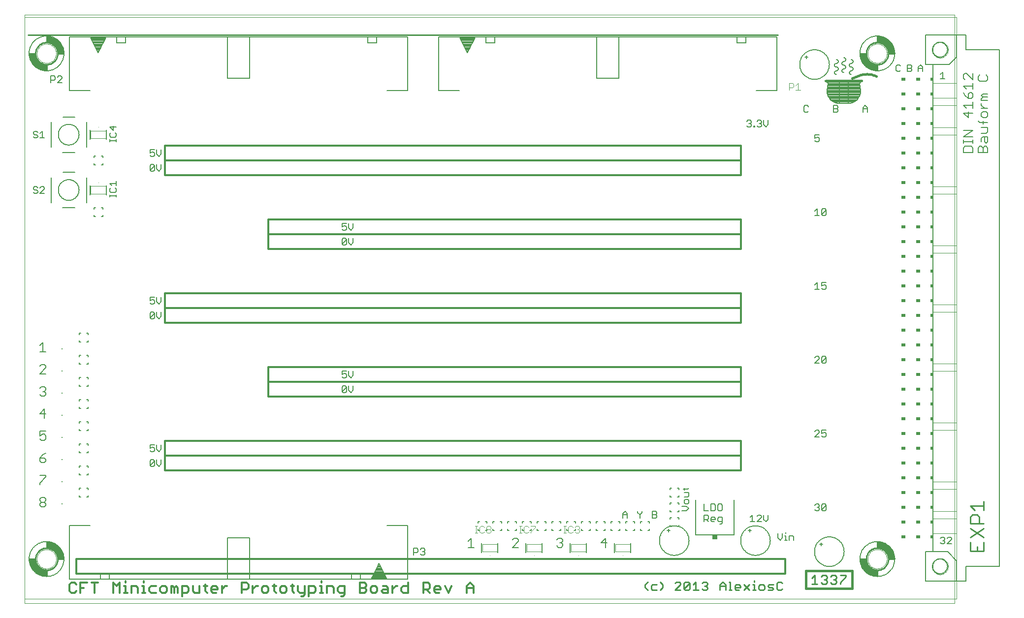
<source format=gto>
G75*
G70*
%OFA0B0*%
%FSLAX24Y24*%
%IPPOS*%
%LPD*%
%AMOC8*
5,1,8,0,0,1.08239X$1,22.5*
%
%ADD10C,0.0000*%
%ADD11C,0.0100*%
%ADD12C,0.0120*%
%ADD13C,0.0070*%
%ADD14C,0.0050*%
%ADD15C,0.0110*%
%ADD16C,0.0160*%
%ADD17C,0.0060*%
%ADD18R,0.0150X0.0200*%
%ADD19C,0.0020*%
%ADD20R,0.0300X0.0200*%
%ADD21C,0.0080*%
%ADD22C,0.0040*%
%ADD23C,0.0090*%
%ADD24C,0.0004*%
%ADD25C,0.0030*%
%ADD26R,0.0079X0.0079*%
%ADD27R,0.0340X0.0300*%
D10*
X004848Y007120D02*
X004848Y046990D01*
X067840Y046990D01*
X067840Y007120D01*
X004848Y007120D01*
X004848Y007430D02*
X004848Y046810D01*
X067948Y046810D01*
X067948Y007430D01*
X004848Y007430D01*
X005698Y010120D02*
X005700Y010170D01*
X005706Y010220D01*
X005716Y010270D01*
X005729Y010318D01*
X005746Y010366D01*
X005767Y010412D01*
X005791Y010456D01*
X005819Y010498D01*
X005850Y010538D01*
X005884Y010575D01*
X005921Y010610D01*
X005960Y010641D01*
X006001Y010670D01*
X006045Y010695D01*
X006091Y010717D01*
X006138Y010735D01*
X006186Y010749D01*
X006235Y010760D01*
X006285Y010767D01*
X006335Y010770D01*
X006386Y010769D01*
X006436Y010764D01*
X006486Y010755D01*
X006534Y010743D01*
X006582Y010726D01*
X006628Y010706D01*
X006673Y010683D01*
X006716Y010656D01*
X006756Y010626D01*
X006794Y010593D01*
X006829Y010557D01*
X006862Y010518D01*
X006891Y010477D01*
X006917Y010434D01*
X006940Y010389D01*
X006959Y010342D01*
X006974Y010294D01*
X006986Y010245D01*
X006994Y010195D01*
X006998Y010145D01*
X006998Y010095D01*
X006994Y010045D01*
X006986Y009995D01*
X006974Y009946D01*
X006959Y009898D01*
X006940Y009851D01*
X006917Y009806D01*
X006891Y009763D01*
X006862Y009722D01*
X006829Y009683D01*
X006794Y009647D01*
X006756Y009614D01*
X006716Y009584D01*
X006673Y009557D01*
X006628Y009534D01*
X006582Y009514D01*
X006534Y009497D01*
X006486Y009485D01*
X006436Y009476D01*
X006386Y009471D01*
X006335Y009470D01*
X006285Y009473D01*
X006235Y009480D01*
X006186Y009491D01*
X006138Y009505D01*
X006091Y009523D01*
X006045Y009545D01*
X006001Y009570D01*
X005960Y009599D01*
X005921Y009630D01*
X005884Y009665D01*
X005850Y009702D01*
X005819Y009742D01*
X005791Y009784D01*
X005767Y009828D01*
X005746Y009874D01*
X005729Y009922D01*
X005716Y009970D01*
X005706Y010020D01*
X005700Y010070D01*
X005698Y010120D01*
X005698Y044370D02*
X005700Y044420D01*
X005706Y044470D01*
X005716Y044520D01*
X005729Y044568D01*
X005746Y044616D01*
X005767Y044662D01*
X005791Y044706D01*
X005819Y044748D01*
X005850Y044788D01*
X005884Y044825D01*
X005921Y044860D01*
X005960Y044891D01*
X006001Y044920D01*
X006045Y044945D01*
X006091Y044967D01*
X006138Y044985D01*
X006186Y044999D01*
X006235Y045010D01*
X006285Y045017D01*
X006335Y045020D01*
X006386Y045019D01*
X006436Y045014D01*
X006486Y045005D01*
X006534Y044993D01*
X006582Y044976D01*
X006628Y044956D01*
X006673Y044933D01*
X006716Y044906D01*
X006756Y044876D01*
X006794Y044843D01*
X006829Y044807D01*
X006862Y044768D01*
X006891Y044727D01*
X006917Y044684D01*
X006940Y044639D01*
X006959Y044592D01*
X006974Y044544D01*
X006986Y044495D01*
X006994Y044445D01*
X006998Y044395D01*
X006998Y044345D01*
X006994Y044295D01*
X006986Y044245D01*
X006974Y044196D01*
X006959Y044148D01*
X006940Y044101D01*
X006917Y044056D01*
X006891Y044013D01*
X006862Y043972D01*
X006829Y043933D01*
X006794Y043897D01*
X006756Y043864D01*
X006716Y043834D01*
X006673Y043807D01*
X006628Y043784D01*
X006582Y043764D01*
X006534Y043747D01*
X006486Y043735D01*
X006436Y043726D01*
X006386Y043721D01*
X006335Y043720D01*
X006285Y043723D01*
X006235Y043730D01*
X006186Y043741D01*
X006138Y043755D01*
X006091Y043773D01*
X006045Y043795D01*
X006001Y043820D01*
X005960Y043849D01*
X005921Y043880D01*
X005884Y043915D01*
X005850Y043952D01*
X005819Y043992D01*
X005791Y044034D01*
X005767Y044078D01*
X005746Y044124D01*
X005729Y044172D01*
X005716Y044220D01*
X005706Y044270D01*
X005700Y044320D01*
X005698Y044370D01*
X061948Y044370D02*
X061950Y044420D01*
X061956Y044470D01*
X061966Y044520D01*
X061979Y044568D01*
X061996Y044616D01*
X062017Y044662D01*
X062041Y044706D01*
X062069Y044748D01*
X062100Y044788D01*
X062134Y044825D01*
X062171Y044860D01*
X062210Y044891D01*
X062251Y044920D01*
X062295Y044945D01*
X062341Y044967D01*
X062388Y044985D01*
X062436Y044999D01*
X062485Y045010D01*
X062535Y045017D01*
X062585Y045020D01*
X062636Y045019D01*
X062686Y045014D01*
X062736Y045005D01*
X062784Y044993D01*
X062832Y044976D01*
X062878Y044956D01*
X062923Y044933D01*
X062966Y044906D01*
X063006Y044876D01*
X063044Y044843D01*
X063079Y044807D01*
X063112Y044768D01*
X063141Y044727D01*
X063167Y044684D01*
X063190Y044639D01*
X063209Y044592D01*
X063224Y044544D01*
X063236Y044495D01*
X063244Y044445D01*
X063248Y044395D01*
X063248Y044345D01*
X063244Y044295D01*
X063236Y044245D01*
X063224Y044196D01*
X063209Y044148D01*
X063190Y044101D01*
X063167Y044056D01*
X063141Y044013D01*
X063112Y043972D01*
X063079Y043933D01*
X063044Y043897D01*
X063006Y043864D01*
X062966Y043834D01*
X062923Y043807D01*
X062878Y043784D01*
X062832Y043764D01*
X062784Y043747D01*
X062736Y043735D01*
X062686Y043726D01*
X062636Y043721D01*
X062585Y043720D01*
X062535Y043723D01*
X062485Y043730D01*
X062436Y043741D01*
X062388Y043755D01*
X062341Y043773D01*
X062295Y043795D01*
X062251Y043820D01*
X062210Y043849D01*
X062171Y043880D01*
X062134Y043915D01*
X062100Y043952D01*
X062069Y043992D01*
X062041Y044034D01*
X062017Y044078D01*
X061996Y044124D01*
X061979Y044172D01*
X061966Y044220D01*
X061956Y044270D01*
X061950Y044320D01*
X061948Y044370D01*
X066298Y044620D02*
X066300Y044667D01*
X066306Y044713D01*
X066316Y044759D01*
X066329Y044803D01*
X066347Y044847D01*
X066368Y044888D01*
X066392Y044928D01*
X066420Y044966D01*
X066451Y045001D01*
X066485Y045033D01*
X066521Y045062D01*
X066560Y045088D01*
X066600Y045111D01*
X066643Y045130D01*
X066687Y045146D01*
X066732Y045158D01*
X066778Y045166D01*
X066825Y045170D01*
X066871Y045170D01*
X066918Y045166D01*
X066964Y045158D01*
X067009Y045146D01*
X067053Y045130D01*
X067096Y045111D01*
X067136Y045088D01*
X067175Y045062D01*
X067211Y045033D01*
X067245Y045001D01*
X067276Y044966D01*
X067304Y044928D01*
X067328Y044888D01*
X067349Y044847D01*
X067367Y044803D01*
X067380Y044759D01*
X067390Y044713D01*
X067396Y044667D01*
X067398Y044620D01*
X067396Y044573D01*
X067390Y044527D01*
X067380Y044481D01*
X067367Y044437D01*
X067349Y044393D01*
X067328Y044352D01*
X067304Y044312D01*
X067276Y044274D01*
X067245Y044239D01*
X067211Y044207D01*
X067175Y044178D01*
X067136Y044152D01*
X067096Y044129D01*
X067053Y044110D01*
X067009Y044094D01*
X066964Y044082D01*
X066918Y044074D01*
X066871Y044070D01*
X066825Y044070D01*
X066778Y044074D01*
X066732Y044082D01*
X066687Y044094D01*
X066643Y044110D01*
X066600Y044129D01*
X066560Y044152D01*
X066521Y044178D01*
X066485Y044207D01*
X066451Y044239D01*
X066420Y044274D01*
X066392Y044312D01*
X066368Y044352D01*
X066347Y044393D01*
X066329Y044437D01*
X066316Y044481D01*
X066306Y044527D01*
X066300Y044573D01*
X066298Y044620D01*
X061948Y010120D02*
X061950Y010170D01*
X061956Y010220D01*
X061966Y010270D01*
X061979Y010318D01*
X061996Y010366D01*
X062017Y010412D01*
X062041Y010456D01*
X062069Y010498D01*
X062100Y010538D01*
X062134Y010575D01*
X062171Y010610D01*
X062210Y010641D01*
X062251Y010670D01*
X062295Y010695D01*
X062341Y010717D01*
X062388Y010735D01*
X062436Y010749D01*
X062485Y010760D01*
X062535Y010767D01*
X062585Y010770D01*
X062636Y010769D01*
X062686Y010764D01*
X062736Y010755D01*
X062784Y010743D01*
X062832Y010726D01*
X062878Y010706D01*
X062923Y010683D01*
X062966Y010656D01*
X063006Y010626D01*
X063044Y010593D01*
X063079Y010557D01*
X063112Y010518D01*
X063141Y010477D01*
X063167Y010434D01*
X063190Y010389D01*
X063209Y010342D01*
X063224Y010294D01*
X063236Y010245D01*
X063244Y010195D01*
X063248Y010145D01*
X063248Y010095D01*
X063244Y010045D01*
X063236Y009995D01*
X063224Y009946D01*
X063209Y009898D01*
X063190Y009851D01*
X063167Y009806D01*
X063141Y009763D01*
X063112Y009722D01*
X063079Y009683D01*
X063044Y009647D01*
X063006Y009614D01*
X062966Y009584D01*
X062923Y009557D01*
X062878Y009534D01*
X062832Y009514D01*
X062784Y009497D01*
X062736Y009485D01*
X062686Y009476D01*
X062636Y009471D01*
X062585Y009470D01*
X062535Y009473D01*
X062485Y009480D01*
X062436Y009491D01*
X062388Y009505D01*
X062341Y009523D01*
X062295Y009545D01*
X062251Y009570D01*
X062210Y009599D01*
X062171Y009630D01*
X062134Y009665D01*
X062100Y009702D01*
X062069Y009742D01*
X062041Y009784D01*
X062017Y009828D01*
X061996Y009874D01*
X061979Y009922D01*
X061966Y009970D01*
X061956Y010020D01*
X061950Y010070D01*
X061948Y010120D01*
X066298Y009620D02*
X066300Y009667D01*
X066306Y009713D01*
X066316Y009759D01*
X066329Y009803D01*
X066347Y009847D01*
X066368Y009888D01*
X066392Y009928D01*
X066420Y009966D01*
X066451Y010001D01*
X066485Y010033D01*
X066521Y010062D01*
X066560Y010088D01*
X066600Y010111D01*
X066643Y010130D01*
X066687Y010146D01*
X066732Y010158D01*
X066778Y010166D01*
X066825Y010170D01*
X066871Y010170D01*
X066918Y010166D01*
X066964Y010158D01*
X067009Y010146D01*
X067053Y010130D01*
X067096Y010111D01*
X067136Y010088D01*
X067175Y010062D01*
X067211Y010033D01*
X067245Y010001D01*
X067276Y009966D01*
X067304Y009928D01*
X067328Y009888D01*
X067349Y009847D01*
X067367Y009803D01*
X067380Y009759D01*
X067390Y009713D01*
X067396Y009667D01*
X067398Y009620D01*
X067396Y009573D01*
X067390Y009527D01*
X067380Y009481D01*
X067367Y009437D01*
X067349Y009393D01*
X067328Y009352D01*
X067304Y009312D01*
X067276Y009274D01*
X067245Y009239D01*
X067211Y009207D01*
X067175Y009178D01*
X067136Y009152D01*
X067096Y009129D01*
X067053Y009110D01*
X067009Y009094D01*
X066964Y009082D01*
X066918Y009074D01*
X066871Y009070D01*
X066825Y009070D01*
X066778Y009074D01*
X066732Y009082D01*
X066687Y009094D01*
X066643Y009110D01*
X066600Y009129D01*
X066560Y009152D01*
X066521Y009178D01*
X066485Y009207D01*
X066451Y009239D01*
X066420Y009274D01*
X066392Y009312D01*
X066368Y009352D01*
X066347Y009393D01*
X066329Y009437D01*
X066316Y009481D01*
X066306Y009527D01*
X066300Y009573D01*
X066298Y009620D01*
D11*
X063748Y010120D02*
X063698Y010470D01*
X063498Y010820D01*
X063148Y011120D01*
X062598Y011270D01*
X062598Y010920D01*
X062948Y010820D01*
X063248Y010570D01*
X063398Y010120D01*
X063748Y010120D01*
X063739Y010182D02*
X063377Y010182D01*
X063344Y010280D02*
X063725Y010280D01*
X063711Y010379D02*
X063311Y010379D01*
X063279Y010477D02*
X063693Y010477D01*
X063637Y010576D02*
X063240Y010576D01*
X063122Y010674D02*
X063581Y010674D01*
X063525Y010773D02*
X063004Y010773D01*
X062766Y010871D02*
X063437Y010871D01*
X063322Y010970D02*
X062598Y010970D01*
X062598Y011069D02*
X063207Y011069D01*
X062974Y011167D02*
X062598Y011167D01*
X062598Y011266D02*
X062612Y011266D01*
X061798Y010120D02*
X061448Y010120D01*
X061498Y009770D01*
X061698Y009420D01*
X062048Y009120D01*
X062598Y008970D01*
X062598Y009320D01*
X062248Y009420D01*
X061948Y009670D01*
X061798Y010120D01*
X061810Y010083D02*
X061453Y010083D01*
X061467Y009985D02*
X061843Y009985D01*
X061876Y009886D02*
X061481Y009886D01*
X061495Y009787D02*
X061909Y009787D01*
X061941Y009689D02*
X061544Y009689D01*
X061600Y009590D02*
X062043Y009590D01*
X062161Y009492D02*
X061657Y009492D01*
X061728Y009393D02*
X062340Y009393D01*
X062598Y009295D02*
X061843Y009295D01*
X061958Y009196D02*
X062598Y009196D01*
X062598Y009098D02*
X062128Y009098D01*
X062489Y008999D02*
X062598Y008999D01*
X056164Y008477D02*
X056070Y008570D01*
X055883Y008570D01*
X055790Y008477D01*
X055790Y008103D01*
X055883Y008010D01*
X056070Y008010D01*
X056164Y008103D01*
X055556Y008103D02*
X055463Y008196D01*
X055276Y008196D01*
X055182Y008290D01*
X055276Y008383D01*
X055556Y008383D01*
X055556Y008103D02*
X055463Y008010D01*
X055182Y008010D01*
X054948Y008103D02*
X054948Y008290D01*
X054855Y008383D01*
X054668Y008383D01*
X054575Y008290D01*
X054575Y008103D01*
X054668Y008010D01*
X054855Y008010D01*
X054948Y008103D01*
X054356Y008010D02*
X054169Y008010D01*
X054263Y008010D02*
X054263Y008383D01*
X054169Y008383D01*
X054263Y008570D02*
X054263Y008663D01*
X053935Y008383D02*
X053562Y008010D01*
X053328Y008196D02*
X052954Y008196D01*
X052954Y008103D02*
X052954Y008290D01*
X053047Y008383D01*
X053234Y008383D01*
X053328Y008290D01*
X053328Y008196D01*
X053234Y008010D02*
X053047Y008010D01*
X052954Y008103D01*
X052736Y008010D02*
X052549Y008010D01*
X052642Y008010D02*
X052642Y008570D01*
X052549Y008570D01*
X052315Y008383D02*
X052315Y008010D01*
X052315Y008290D02*
X051941Y008290D01*
X051941Y008383D02*
X052128Y008570D01*
X052315Y008383D01*
X051941Y008383D02*
X051941Y008010D01*
X051099Y008103D02*
X051006Y008010D01*
X050819Y008010D01*
X050726Y008103D01*
X050492Y008010D02*
X050118Y008010D01*
X050305Y008010D02*
X050305Y008570D01*
X050118Y008383D01*
X049884Y008477D02*
X049510Y008103D01*
X049604Y008010D01*
X049791Y008010D01*
X049884Y008103D01*
X049884Y008477D01*
X049791Y008570D01*
X049604Y008570D01*
X049510Y008477D01*
X049510Y008103D01*
X049276Y008010D02*
X048903Y008010D01*
X049276Y008383D01*
X049276Y008477D01*
X049183Y008570D01*
X048996Y008570D01*
X048903Y008477D01*
X048077Y008383D02*
X047890Y008570D01*
X048077Y008383D02*
X048077Y008196D01*
X047890Y008010D01*
X047656Y008010D02*
X047375Y008010D01*
X047282Y008103D01*
X047282Y008290D01*
X047375Y008383D01*
X047656Y008383D01*
X047064Y008570D02*
X046877Y008383D01*
X046877Y008196D01*
X047064Y008010D01*
X050726Y008477D02*
X050819Y008570D01*
X051006Y008570D01*
X051099Y008477D01*
X051099Y008383D01*
X051006Y008290D01*
X051099Y008196D01*
X051099Y008103D01*
X051006Y008290D02*
X050913Y008290D01*
X053562Y008383D02*
X053935Y008010D01*
X068897Y010670D02*
X069798Y010670D01*
X069798Y011270D01*
X069798Y011590D02*
X068897Y012191D01*
X068897Y012511D02*
X068897Y012961D01*
X069047Y013112D01*
X069348Y013112D01*
X069498Y012961D01*
X069498Y012511D01*
X069798Y012511D02*
X068897Y012511D01*
X068897Y011590D02*
X069798Y012191D01*
X069798Y013432D02*
X069798Y014032D01*
X069798Y013732D02*
X068897Y013732D01*
X069197Y013432D01*
X068897Y011270D02*
X068897Y010670D01*
X069348Y010670D02*
X069348Y010970D01*
X062598Y043220D02*
X062048Y043370D01*
X061698Y043670D01*
X061498Y044020D01*
X061448Y044370D01*
X061798Y044370D01*
X061948Y043920D01*
X062248Y043670D01*
X062598Y043570D01*
X062598Y043220D01*
X062598Y043292D02*
X062331Y043292D01*
X062598Y043391D02*
X062023Y043391D01*
X061908Y043489D02*
X062598Y043489D01*
X062534Y043588D02*
X061793Y043588D01*
X061688Y043686D02*
X062228Y043686D01*
X062109Y043785D02*
X061632Y043785D01*
X061576Y043883D02*
X061991Y043883D01*
X061927Y043982D02*
X061519Y043982D01*
X061489Y044081D02*
X061894Y044081D01*
X061861Y044179D02*
X061475Y044179D01*
X061461Y044278D02*
X061829Y044278D01*
X063070Y044967D02*
X063556Y044967D01*
X063613Y044869D02*
X063189Y044869D01*
X063248Y044820D02*
X063398Y044370D01*
X063748Y044370D01*
X063698Y044720D01*
X063498Y045070D01*
X063148Y045370D01*
X062598Y045520D01*
X062598Y045170D01*
X062948Y045070D01*
X063248Y044820D01*
X063264Y044770D02*
X063669Y044770D01*
X063705Y044672D02*
X063297Y044672D01*
X063330Y044573D02*
X063719Y044573D01*
X063733Y044475D02*
X063363Y044475D01*
X063396Y044376D02*
X063747Y044376D01*
X063500Y045066D02*
X062952Y045066D01*
X062615Y045165D02*
X063387Y045165D01*
X063272Y045263D02*
X062598Y045263D01*
X062598Y045362D02*
X063157Y045362D01*
X062816Y045460D02*
X062598Y045460D01*
X055848Y045620D02*
X005098Y045620D01*
X006348Y045520D02*
X006898Y045370D01*
X007248Y045070D01*
X007448Y044720D01*
X007498Y044370D01*
X007148Y044370D01*
X006998Y044820D01*
X006698Y045070D01*
X006348Y045170D01*
X006348Y045520D01*
X006348Y045460D02*
X006566Y045460D01*
X006348Y045362D02*
X006907Y045362D01*
X007022Y045263D02*
X006348Y045263D01*
X006365Y045165D02*
X007137Y045165D01*
X007250Y045066D02*
X006702Y045066D01*
X006820Y044967D02*
X007306Y044967D01*
X007363Y044869D02*
X006939Y044869D01*
X007014Y044770D02*
X007419Y044770D01*
X007455Y044672D02*
X007047Y044672D01*
X007080Y044573D02*
X007469Y044573D01*
X007483Y044475D02*
X007113Y044475D01*
X007146Y044376D02*
X007497Y044376D01*
X006348Y043570D02*
X006348Y043220D01*
X005798Y043370D01*
X005448Y043670D01*
X005248Y044020D01*
X005198Y044370D01*
X005548Y044370D01*
X005698Y043920D01*
X005998Y043670D01*
X006348Y043570D01*
X006284Y043588D02*
X005543Y043588D01*
X005438Y043686D02*
X005978Y043686D01*
X005859Y043785D02*
X005382Y043785D01*
X005326Y043883D02*
X005741Y043883D01*
X005677Y043982D02*
X005269Y043982D01*
X005239Y044081D02*
X005644Y044081D01*
X005611Y044179D02*
X005225Y044179D01*
X005211Y044278D02*
X005579Y044278D01*
X005658Y043489D02*
X006348Y043489D01*
X006348Y043391D02*
X005773Y043391D01*
X006081Y043292D02*
X006348Y043292D01*
X006348Y011270D02*
X006898Y011120D01*
X007248Y010820D01*
X007448Y010470D01*
X007498Y010120D01*
X007148Y010120D01*
X006998Y010570D01*
X006698Y010820D01*
X006348Y010920D01*
X006348Y011270D01*
X006348Y011266D02*
X006362Y011266D01*
X006348Y011167D02*
X006724Y011167D01*
X006957Y011069D02*
X006348Y011069D01*
X006348Y010970D02*
X007072Y010970D01*
X007187Y010871D02*
X006516Y010871D01*
X006754Y010773D02*
X007275Y010773D01*
X007331Y010674D02*
X006872Y010674D01*
X006990Y010576D02*
X007387Y010576D01*
X007443Y010477D02*
X007029Y010477D01*
X007061Y010379D02*
X007461Y010379D01*
X007475Y010280D02*
X007094Y010280D01*
X007127Y010182D02*
X007489Y010182D01*
X006348Y009320D02*
X006348Y008970D01*
X005798Y009120D01*
X005448Y009420D01*
X005248Y009770D01*
X005198Y010120D01*
X005548Y010120D01*
X005698Y009670D01*
X005998Y009420D01*
X006348Y009320D01*
X006348Y009295D02*
X005593Y009295D01*
X005478Y009393D02*
X006090Y009393D01*
X005911Y009492D02*
X005407Y009492D01*
X005350Y009590D02*
X005793Y009590D01*
X005691Y009689D02*
X005294Y009689D01*
X005245Y009787D02*
X005659Y009787D01*
X005626Y009886D02*
X005231Y009886D01*
X005217Y009985D02*
X005593Y009985D01*
X005560Y010083D02*
X005203Y010083D01*
X005708Y009196D02*
X006348Y009196D01*
X006348Y009098D02*
X005878Y009098D01*
X006239Y008999D02*
X006348Y008999D01*
D12*
X007908Y008397D02*
X007908Y007943D01*
X008021Y007830D01*
X008248Y007830D01*
X008362Y007943D01*
X008644Y007830D02*
X008644Y008510D01*
X009098Y008510D01*
X009381Y008510D02*
X009835Y008510D01*
X009608Y008510D02*
X009608Y007830D01*
X008871Y008170D02*
X008644Y008170D01*
X008362Y008397D02*
X008248Y008510D01*
X008021Y008510D01*
X007908Y008397D01*
X008348Y009120D02*
X008348Y010120D01*
X056348Y010120D01*
X056348Y009120D01*
X008348Y009120D01*
X010854Y008510D02*
X010854Y007830D01*
X011308Y007830D02*
X011308Y008510D01*
X011081Y008283D01*
X010854Y008510D01*
X011591Y008283D02*
X011704Y008283D01*
X011704Y007830D01*
X011591Y007830D02*
X011818Y007830D01*
X012082Y007830D02*
X012082Y008283D01*
X012422Y008283D01*
X012536Y008170D01*
X012536Y007830D01*
X012819Y007830D02*
X013045Y007830D01*
X012932Y007830D02*
X012932Y008283D01*
X012819Y008283D01*
X012932Y008510D02*
X012932Y008624D01*
X013310Y008170D02*
X013310Y007943D01*
X013423Y007830D01*
X013763Y007830D01*
X014046Y007943D02*
X014160Y007830D01*
X014387Y007830D01*
X014500Y007943D01*
X014500Y008170D01*
X014387Y008283D01*
X014160Y008283D01*
X014046Y008170D01*
X014046Y007943D01*
X013763Y008283D02*
X013423Y008283D01*
X013310Y008170D01*
X014783Y008283D02*
X014783Y007830D01*
X015010Y007830D02*
X015010Y008170D01*
X015123Y008283D01*
X015237Y008170D01*
X015237Y007830D01*
X015520Y007830D02*
X015860Y007830D01*
X015973Y007943D01*
X015973Y008170D01*
X015860Y008283D01*
X015520Y008283D01*
X015520Y007603D01*
X015010Y008170D02*
X014896Y008283D01*
X014783Y008283D01*
X016256Y008283D02*
X016256Y007943D01*
X016370Y007830D01*
X016710Y007830D01*
X016710Y008283D01*
X016993Y008283D02*
X017220Y008283D01*
X017106Y008397D02*
X017106Y007943D01*
X017220Y007830D01*
X017484Y007943D02*
X017484Y008170D01*
X017597Y008283D01*
X017824Y008283D01*
X017938Y008170D01*
X017938Y008056D01*
X017484Y008056D01*
X017484Y007943D02*
X017597Y007830D01*
X017824Y007830D01*
X018220Y007830D02*
X018220Y008283D01*
X018220Y008056D02*
X018447Y008283D01*
X018561Y008283D01*
X019571Y008056D02*
X019911Y008056D01*
X020025Y008170D01*
X020025Y008397D01*
X019911Y008510D01*
X019571Y008510D01*
X019571Y007830D01*
X020307Y007830D02*
X020307Y008283D01*
X020307Y008056D02*
X020534Y008283D01*
X020648Y008283D01*
X020921Y008170D02*
X020921Y007943D01*
X021035Y007830D01*
X021262Y007830D01*
X021375Y007943D01*
X021375Y008170D01*
X021262Y008283D01*
X021035Y008283D01*
X020921Y008170D01*
X021658Y008283D02*
X021885Y008283D01*
X021771Y008397D02*
X021771Y007943D01*
X021885Y007830D01*
X022149Y007943D02*
X022149Y008170D01*
X022262Y008283D01*
X022489Y008283D01*
X022603Y008170D01*
X022603Y007943D01*
X022489Y007830D01*
X022262Y007830D01*
X022149Y007943D01*
X022886Y008283D02*
X023112Y008283D01*
X022999Y008397D02*
X022999Y007943D01*
X023112Y007830D01*
X023377Y007943D02*
X023490Y007830D01*
X023830Y007830D01*
X023830Y007716D02*
X023717Y007603D01*
X023604Y007603D01*
X023830Y007716D02*
X023830Y008283D01*
X024113Y008283D02*
X024454Y008283D01*
X024567Y008170D01*
X024567Y007943D01*
X024454Y007830D01*
X024113Y007830D01*
X024113Y007603D02*
X024113Y008283D01*
X023377Y008283D02*
X023377Y007943D01*
X024850Y007830D02*
X025077Y007830D01*
X024963Y007830D02*
X024963Y008283D01*
X024850Y008283D01*
X024963Y008510D02*
X024963Y008624D01*
X025341Y008283D02*
X025681Y008283D01*
X025795Y008170D01*
X025795Y007830D01*
X026078Y007943D02*
X026191Y007830D01*
X026531Y007830D01*
X026531Y007716D02*
X026531Y008283D01*
X026191Y008283D01*
X026078Y008170D01*
X026078Y007943D01*
X026304Y007603D02*
X026418Y007603D01*
X026531Y007716D01*
X027551Y007830D02*
X027551Y008510D01*
X027891Y008510D01*
X028004Y008397D01*
X028004Y008283D01*
X027891Y008170D01*
X027551Y008170D01*
X027891Y008170D02*
X028004Y008056D01*
X028004Y007943D01*
X027891Y007830D01*
X027551Y007830D01*
X028287Y007943D02*
X028287Y008170D01*
X028401Y008283D01*
X028628Y008283D01*
X028741Y008170D01*
X028741Y007943D01*
X028628Y007830D01*
X028401Y007830D01*
X028287Y007943D01*
X029024Y007943D02*
X029137Y008056D01*
X029478Y008056D01*
X029478Y008170D02*
X029478Y007830D01*
X029137Y007830D01*
X029024Y007943D01*
X029137Y008283D02*
X029364Y008283D01*
X029478Y008170D01*
X029761Y008283D02*
X029761Y007830D01*
X029761Y008056D02*
X029987Y008283D01*
X030101Y008283D01*
X030374Y008170D02*
X030488Y008283D01*
X030828Y008283D01*
X030828Y008510D02*
X030828Y007830D01*
X030488Y007830D01*
X030374Y007943D01*
X030374Y008170D01*
X031848Y008056D02*
X032188Y008056D01*
X032301Y008170D01*
X032301Y008397D01*
X032188Y008510D01*
X031848Y008510D01*
X031848Y007830D01*
X032075Y008056D02*
X032301Y007830D01*
X032584Y007943D02*
X032584Y008170D01*
X032698Y008283D01*
X032925Y008283D01*
X033038Y008170D01*
X033038Y008056D01*
X032584Y008056D01*
X032584Y007943D02*
X032698Y007830D01*
X032925Y007830D01*
X033321Y008283D02*
X033548Y007830D01*
X033775Y008283D01*
X034794Y008283D02*
X034794Y007830D01*
X034794Y008170D02*
X035248Y008170D01*
X035248Y008283D02*
X035248Y007830D01*
X035248Y008283D02*
X035021Y008510D01*
X034794Y008283D01*
X025341Y008283D02*
X025341Y007830D01*
X014348Y016120D02*
X014348Y017120D01*
X053348Y017120D01*
X053348Y016120D01*
X014348Y016120D01*
X014348Y017120D02*
X014348Y018120D01*
X053348Y018120D01*
X053348Y017120D01*
X053348Y021120D02*
X053348Y022120D01*
X053348Y023120D01*
X021348Y023120D01*
X021348Y022120D01*
X021348Y021120D01*
X053348Y021120D01*
X053348Y022120D02*
X021348Y022120D01*
X014348Y026120D02*
X014348Y027120D01*
X053348Y027120D01*
X053348Y026120D01*
X014348Y026120D01*
X014348Y027120D02*
X014348Y028120D01*
X053348Y028120D01*
X053348Y027120D01*
X053348Y031120D02*
X021348Y031120D01*
X021348Y032120D01*
X053348Y032120D01*
X053348Y031120D01*
X053348Y032120D02*
X053348Y033120D01*
X021348Y033120D01*
X021348Y032120D01*
X014348Y036120D02*
X014348Y037120D01*
X053348Y037120D01*
X053348Y036120D01*
X014348Y036120D01*
X014348Y037120D02*
X014348Y038120D01*
X053348Y038120D01*
X053348Y037120D01*
X011704Y008624D02*
X011704Y008510D01*
D13*
X006303Y013760D02*
X006198Y013655D01*
X005988Y013655D01*
X005883Y013760D01*
X005883Y013865D01*
X005988Y013970D01*
X006198Y013970D01*
X006303Y013865D01*
X006303Y013760D01*
X006198Y013970D02*
X006303Y014075D01*
X006303Y014180D01*
X006198Y014285D01*
X005988Y014285D01*
X005883Y014180D01*
X005883Y014075D01*
X005988Y013970D01*
X005883Y015155D02*
X005883Y015260D01*
X006303Y015680D01*
X006303Y015785D01*
X005883Y015785D01*
X005988Y016655D02*
X006198Y016655D01*
X006303Y016760D01*
X006303Y016865D01*
X006198Y016970D01*
X005883Y016970D01*
X005883Y016760D01*
X005988Y016655D01*
X005883Y016970D02*
X006093Y017180D01*
X006303Y017285D01*
X006198Y018155D02*
X005988Y018155D01*
X005883Y018260D01*
X005883Y018470D02*
X006093Y018575D01*
X006198Y018575D01*
X006303Y018470D01*
X006303Y018260D01*
X006198Y018155D01*
X005883Y018470D02*
X005883Y018785D01*
X006303Y018785D01*
X006198Y019655D02*
X006198Y020285D01*
X005883Y019970D01*
X006303Y019970D01*
X006198Y021155D02*
X005988Y021155D01*
X005883Y021260D01*
X006093Y021470D02*
X006198Y021470D01*
X006303Y021365D01*
X006303Y021260D01*
X006198Y021155D01*
X006198Y021470D02*
X006303Y021575D01*
X006303Y021680D01*
X006198Y021785D01*
X005988Y021785D01*
X005883Y021680D01*
X005883Y022655D02*
X006303Y023075D01*
X006303Y023180D01*
X006198Y023285D01*
X005988Y023285D01*
X005883Y023180D01*
X005883Y022655D02*
X006303Y022655D01*
X006303Y024155D02*
X005883Y024155D01*
X006093Y024155D02*
X006093Y024785D01*
X005883Y024575D01*
X034883Y011325D02*
X035093Y011535D01*
X035093Y010905D01*
X034883Y010905D02*
X035303Y010905D01*
X037883Y010905D02*
X038303Y011325D01*
X038303Y011430D01*
X038198Y011535D01*
X037988Y011535D01*
X037883Y011430D01*
X037883Y010905D02*
X038303Y010905D01*
X040883Y011010D02*
X040988Y010905D01*
X041198Y010905D01*
X041303Y011010D01*
X041303Y011115D01*
X041198Y011220D01*
X041093Y011220D01*
X041198Y011220D02*
X041303Y011325D01*
X041303Y011430D01*
X041198Y011535D01*
X040988Y011535D01*
X040883Y011430D01*
X043883Y011220D02*
X044303Y011220D01*
X044198Y010905D02*
X044198Y011535D01*
X043883Y011220D01*
X068432Y037655D02*
X068432Y037970D01*
X068537Y038075D01*
X068958Y038075D01*
X069063Y037970D01*
X069063Y037655D01*
X068432Y037655D01*
X068432Y038299D02*
X068432Y038509D01*
X068432Y038404D02*
X069063Y038404D01*
X069063Y038299D02*
X069063Y038509D01*
X069063Y038729D02*
X068432Y038729D01*
X069063Y039149D01*
X068432Y039149D01*
X068748Y040018D02*
X068748Y040438D01*
X068643Y040662D02*
X068432Y040872D01*
X069063Y040872D01*
X069063Y040662D02*
X069063Y041083D01*
X068958Y041307D02*
X068748Y041307D01*
X068748Y041622D01*
X068853Y041727D01*
X068958Y041727D01*
X069063Y041622D01*
X069063Y041412D01*
X068958Y041307D01*
X068748Y041307D02*
X068537Y041517D01*
X068432Y041727D01*
X068643Y041951D02*
X068432Y042162D01*
X069063Y042162D01*
X069063Y042372D02*
X069063Y041951D01*
X069063Y042596D02*
X068643Y043016D01*
X068537Y043016D01*
X068432Y042911D01*
X068432Y042701D01*
X068537Y042596D01*
X069063Y042596D02*
X069063Y043016D01*
X069432Y042804D02*
X069537Y042909D01*
X069432Y042804D02*
X069432Y042594D01*
X069537Y042488D01*
X069958Y042488D01*
X070063Y042594D01*
X070063Y042804D01*
X069958Y042909D01*
X070063Y041620D02*
X069748Y041620D01*
X069643Y041515D01*
X069748Y041410D01*
X070063Y041410D01*
X070063Y041199D02*
X069643Y041199D01*
X069643Y041304D01*
X069748Y041410D01*
X069643Y040978D02*
X069643Y040872D01*
X069853Y040662D01*
X070063Y040662D02*
X069643Y040662D01*
X069748Y040438D02*
X069643Y040333D01*
X069643Y040123D01*
X069748Y040018D01*
X069958Y040018D01*
X070063Y040123D01*
X070063Y040333D01*
X069958Y040438D01*
X069748Y040438D01*
X069748Y039798D02*
X069748Y039588D01*
X069537Y039693D02*
X069432Y039798D01*
X069537Y039693D02*
X070063Y039693D01*
X070063Y039364D02*
X069643Y039364D01*
X070063Y039364D02*
X070063Y039049D01*
X069958Y038944D01*
X069643Y038944D01*
X069748Y038719D02*
X070063Y038719D01*
X070063Y038404D01*
X069958Y038299D01*
X069853Y038404D01*
X069853Y038719D01*
X069748Y038719D02*
X069643Y038614D01*
X069643Y038404D01*
X069643Y038075D02*
X069748Y037970D01*
X069748Y037655D01*
X069748Y037970D02*
X069853Y038075D01*
X069958Y038075D01*
X070063Y037970D01*
X070063Y037655D01*
X069432Y037655D01*
X069432Y037970D01*
X069537Y038075D01*
X069643Y038075D01*
X068748Y040018D02*
X068432Y040333D01*
X069063Y040333D01*
D14*
X067173Y042645D02*
X066873Y042645D01*
X067023Y042645D02*
X067023Y043095D01*
X066873Y042945D01*
X065673Y043145D02*
X065673Y043445D01*
X065523Y043595D01*
X065373Y043445D01*
X065373Y043145D01*
X065373Y043370D02*
X065673Y043370D01*
X064923Y043445D02*
X064848Y043370D01*
X064623Y043370D01*
X064623Y043145D02*
X064623Y043595D01*
X064848Y043595D01*
X064923Y043520D01*
X064923Y043445D01*
X064848Y043370D02*
X064923Y043295D01*
X064923Y043220D01*
X064848Y043145D01*
X064623Y043145D01*
X064173Y043220D02*
X064098Y043145D01*
X063948Y043145D01*
X063873Y043220D01*
X063873Y043520D01*
X063948Y043595D01*
X064098Y043595D01*
X064173Y043520D01*
X060836Y043453D02*
X060815Y043455D01*
X060795Y043460D01*
X060776Y043468D01*
X060759Y043480D01*
X060743Y043494D01*
X060731Y043510D01*
X060721Y043528D01*
X060714Y043548D01*
X060710Y043569D01*
X060710Y043589D01*
X060714Y043610D01*
X060721Y043630D01*
X060731Y043648D01*
X060743Y043664D01*
X060759Y043678D01*
X060776Y043690D01*
X060795Y043698D01*
X060815Y043703D01*
X060836Y043705D01*
X060836Y043704D02*
X060857Y043706D01*
X060877Y043711D01*
X060896Y043719D01*
X060913Y043731D01*
X060929Y043745D01*
X060941Y043761D01*
X060951Y043779D01*
X060958Y043799D01*
X060962Y043820D01*
X060962Y043840D01*
X060958Y043861D01*
X060951Y043881D01*
X060941Y043899D01*
X060929Y043915D01*
X060913Y043929D01*
X060896Y043941D01*
X060877Y043949D01*
X060857Y043954D01*
X060836Y043956D01*
X060332Y043830D02*
X060353Y043832D01*
X060373Y043837D01*
X060392Y043845D01*
X060409Y043857D01*
X060425Y043871D01*
X060437Y043887D01*
X060447Y043905D01*
X060454Y043925D01*
X060458Y043946D01*
X060458Y043966D01*
X060454Y043987D01*
X060447Y044007D01*
X060437Y044025D01*
X060425Y044041D01*
X060409Y044055D01*
X060392Y044067D01*
X060373Y044075D01*
X060353Y044080D01*
X060332Y044082D01*
X060332Y043830D02*
X060311Y043828D01*
X060291Y043823D01*
X060272Y043815D01*
X060255Y043803D01*
X060239Y043789D01*
X060227Y043773D01*
X060217Y043755D01*
X060210Y043735D01*
X060206Y043714D01*
X060206Y043694D01*
X060210Y043673D01*
X060217Y043653D01*
X060227Y043635D01*
X060239Y043619D01*
X060255Y043605D01*
X060272Y043593D01*
X060291Y043585D01*
X060311Y043580D01*
X060332Y043578D01*
X060353Y043576D01*
X060373Y043571D01*
X060392Y043563D01*
X060409Y043551D01*
X060425Y043537D01*
X060437Y043521D01*
X060447Y043503D01*
X060454Y043483D01*
X060458Y043462D01*
X060458Y043442D01*
X060454Y043421D01*
X060447Y043401D01*
X060437Y043383D01*
X060425Y043367D01*
X060409Y043353D01*
X060392Y043341D01*
X060373Y043333D01*
X060353Y043328D01*
X060332Y043326D01*
X060311Y043324D01*
X060291Y043319D01*
X060272Y043311D01*
X060255Y043299D01*
X060239Y043285D01*
X060227Y043269D01*
X060217Y043251D01*
X060210Y043231D01*
X060206Y043210D01*
X060206Y043190D01*
X060210Y043169D01*
X060217Y043149D01*
X060227Y043131D01*
X060239Y043115D01*
X060255Y043101D01*
X060272Y043089D01*
X060291Y043081D01*
X060311Y043076D01*
X060332Y043074D01*
X060836Y043200D02*
X060815Y043198D01*
X060795Y043193D01*
X060776Y043185D01*
X060759Y043173D01*
X060743Y043159D01*
X060731Y043143D01*
X060721Y043125D01*
X060714Y043105D01*
X060710Y043084D01*
X060710Y043064D01*
X060714Y043043D01*
X060721Y043023D01*
X060731Y043005D01*
X060743Y042989D01*
X060759Y042975D01*
X060776Y042963D01*
X060795Y042955D01*
X060815Y042950D01*
X060836Y042948D01*
X060836Y043200D02*
X060857Y043202D01*
X060877Y043207D01*
X060896Y043215D01*
X060913Y043227D01*
X060929Y043241D01*
X060941Y043257D01*
X060951Y043275D01*
X060958Y043295D01*
X060962Y043316D01*
X060962Y043336D01*
X060958Y043357D01*
X060951Y043377D01*
X060941Y043395D01*
X060929Y043411D01*
X060913Y043425D01*
X060896Y043437D01*
X060877Y043445D01*
X060857Y043450D01*
X060836Y043452D01*
X059828Y043452D02*
X059849Y043450D01*
X059869Y043445D01*
X059888Y043437D01*
X059905Y043425D01*
X059921Y043411D01*
X059933Y043395D01*
X059943Y043377D01*
X059950Y043357D01*
X059954Y043336D01*
X059954Y043316D01*
X059950Y043295D01*
X059943Y043275D01*
X059933Y043257D01*
X059921Y043241D01*
X059905Y043227D01*
X059888Y043215D01*
X059869Y043207D01*
X059849Y043202D01*
X059828Y043200D01*
X059807Y043198D01*
X059787Y043193D01*
X059768Y043185D01*
X059751Y043173D01*
X059735Y043159D01*
X059723Y043143D01*
X059713Y043125D01*
X059706Y043105D01*
X059702Y043084D01*
X059702Y043064D01*
X059706Y043043D01*
X059713Y043023D01*
X059723Y043005D01*
X059735Y042989D01*
X059751Y042975D01*
X059768Y042963D01*
X059787Y042955D01*
X059807Y042950D01*
X059828Y042948D01*
X060017Y042571D02*
X059135Y042571D01*
X059072Y042508D02*
X059074Y042494D01*
X059078Y042481D01*
X059086Y042469D01*
X059096Y042459D01*
X059108Y042451D01*
X059121Y042447D01*
X059135Y042445D01*
X059072Y042508D02*
X059074Y042522D01*
X059078Y042535D01*
X059086Y042547D01*
X059096Y042557D01*
X059108Y042565D01*
X059121Y042569D01*
X059135Y042571D01*
X059135Y042445D02*
X059155Y042443D01*
X059174Y042439D01*
X059192Y042431D01*
X059209Y042421D01*
X059224Y042408D01*
X059237Y042393D01*
X059247Y042376D01*
X059255Y042358D01*
X059259Y042339D01*
X059261Y042319D01*
X059261Y042319D01*
X059198Y041877D01*
X059198Y041814D01*
X059200Y041758D01*
X059206Y041702D01*
X059215Y041647D01*
X059228Y041593D01*
X059245Y041540D01*
X059266Y041488D01*
X059290Y041437D01*
X059317Y041388D01*
X059348Y041342D01*
X059382Y041297D01*
X059418Y041255D01*
X059458Y041215D01*
X059500Y041179D01*
X059545Y041145D01*
X059591Y041114D01*
X059640Y041087D01*
X059691Y041063D01*
X059743Y041042D01*
X059796Y041025D01*
X059850Y041012D01*
X059905Y041003D01*
X059961Y040997D01*
X060017Y040995D01*
X060017Y040996D02*
X060017Y042571D01*
X059828Y043453D02*
X059807Y043455D01*
X059787Y043460D01*
X059768Y043468D01*
X059751Y043480D01*
X059735Y043494D01*
X059723Y043510D01*
X059713Y043528D01*
X059706Y043548D01*
X059702Y043569D01*
X059702Y043589D01*
X059706Y043610D01*
X059713Y043630D01*
X059723Y043648D01*
X059735Y043664D01*
X059751Y043678D01*
X059768Y043690D01*
X059787Y043698D01*
X059807Y043703D01*
X059828Y043705D01*
X059828Y043704D02*
X059849Y043706D01*
X059869Y043711D01*
X059888Y043719D01*
X059905Y043731D01*
X059921Y043745D01*
X059933Y043761D01*
X059943Y043779D01*
X059950Y043799D01*
X059954Y043820D01*
X059954Y043840D01*
X059950Y043861D01*
X059943Y043881D01*
X059933Y043899D01*
X059921Y043915D01*
X059905Y043929D01*
X059888Y043941D01*
X059869Y043949D01*
X059849Y043954D01*
X059828Y043956D01*
X059848Y040845D02*
X059623Y040845D01*
X059623Y040395D01*
X059848Y040395D01*
X059923Y040470D01*
X059923Y040545D01*
X059848Y040620D01*
X059623Y040620D01*
X059848Y040620D02*
X059923Y040695D01*
X059923Y040770D01*
X059848Y040845D01*
X061623Y040695D02*
X061623Y040395D01*
X061623Y040620D02*
X061923Y040620D01*
X061923Y040695D02*
X061923Y040395D01*
X061923Y040695D02*
X061773Y040845D01*
X061623Y040695D01*
X058673Y038845D02*
X058373Y038845D01*
X058373Y038620D01*
X058523Y038695D01*
X058598Y038695D01*
X058673Y038620D01*
X058673Y038470D01*
X058598Y038395D01*
X058448Y038395D01*
X058373Y038470D01*
X057848Y040395D02*
X057923Y040470D01*
X057848Y040395D02*
X057698Y040395D01*
X057623Y040470D01*
X057623Y040770D01*
X057698Y040845D01*
X057848Y040845D01*
X057923Y040770D01*
X055213Y039845D02*
X055213Y039545D01*
X055063Y039395D01*
X054912Y039545D01*
X054912Y039845D01*
X054752Y039770D02*
X054752Y039695D01*
X054677Y039620D01*
X054752Y039545D01*
X054752Y039470D01*
X054677Y039395D01*
X054527Y039395D01*
X054452Y039470D01*
X054297Y039470D02*
X054297Y039395D01*
X054222Y039395D01*
X054222Y039470D01*
X054297Y039470D01*
X054062Y039470D02*
X053987Y039395D01*
X053837Y039395D01*
X053762Y039470D01*
X053912Y039620D02*
X053987Y039620D01*
X054062Y039545D01*
X054062Y039470D01*
X053987Y039620D02*
X054062Y039695D01*
X054062Y039770D01*
X053987Y039845D01*
X053837Y039845D01*
X053762Y039770D01*
X054452Y039770D02*
X054527Y039845D01*
X054677Y039845D01*
X054752Y039770D01*
X054677Y039620D02*
X054602Y039620D01*
X058523Y033845D02*
X058523Y033395D01*
X058373Y033395D02*
X058673Y033395D01*
X058833Y033470D02*
X059133Y033770D01*
X059133Y033470D01*
X059058Y033395D01*
X058908Y033395D01*
X058833Y033470D01*
X058833Y033770D01*
X058908Y033845D01*
X059058Y033845D01*
X059133Y033770D01*
X058523Y033845D02*
X058373Y033695D01*
X058523Y028845D02*
X058523Y028395D01*
X058373Y028395D02*
X058673Y028395D01*
X058833Y028470D02*
X058908Y028395D01*
X059058Y028395D01*
X059133Y028470D01*
X059133Y028620D01*
X059058Y028695D01*
X058983Y028695D01*
X058833Y028620D01*
X058833Y028845D01*
X059133Y028845D01*
X058523Y028845D02*
X058373Y028695D01*
X058448Y023845D02*
X058373Y023770D01*
X058448Y023845D02*
X058598Y023845D01*
X058673Y023770D01*
X058673Y023695D01*
X058373Y023395D01*
X058673Y023395D01*
X058833Y023470D02*
X059133Y023770D01*
X059133Y023470D01*
X059058Y023395D01*
X058908Y023395D01*
X058833Y023470D01*
X058833Y023770D01*
X058908Y023845D01*
X059058Y023845D01*
X059133Y023770D01*
X059133Y018845D02*
X058833Y018845D01*
X058833Y018620D01*
X058983Y018695D01*
X059058Y018695D01*
X059133Y018620D01*
X059133Y018470D01*
X059058Y018395D01*
X058908Y018395D01*
X058833Y018470D01*
X058673Y018395D02*
X058373Y018395D01*
X058673Y018695D01*
X058673Y018770D01*
X058598Y018845D01*
X058448Y018845D01*
X058373Y018770D01*
X058448Y013845D02*
X058598Y013845D01*
X058673Y013770D01*
X058673Y013695D01*
X058598Y013620D01*
X058673Y013545D01*
X058673Y013470D01*
X058598Y013395D01*
X058448Y013395D01*
X058373Y013470D01*
X058523Y013620D02*
X058598Y013620D01*
X058373Y013770D02*
X058448Y013845D01*
X058833Y013770D02*
X058908Y013845D01*
X059058Y013845D01*
X059133Y013770D01*
X058833Y013470D01*
X058908Y013395D01*
X059058Y013395D01*
X059133Y013470D01*
X059133Y013770D01*
X058833Y013770D02*
X058833Y013470D01*
X056940Y011620D02*
X056940Y011395D01*
X056940Y011620D02*
X056865Y011695D01*
X056640Y011695D01*
X056640Y011395D01*
X056483Y011395D02*
X056333Y011395D01*
X056408Y011395D02*
X056408Y011695D01*
X056333Y011695D01*
X056408Y011845D02*
X056408Y011920D01*
X056173Y011845D02*
X056173Y011545D01*
X056023Y011395D01*
X055873Y011545D01*
X055873Y011845D01*
X055063Y012645D02*
X055213Y012795D01*
X055213Y013095D01*
X054912Y013095D02*
X054912Y012795D01*
X055063Y012645D01*
X054752Y012645D02*
X054452Y012645D01*
X054752Y012945D01*
X054752Y013020D01*
X054677Y013095D01*
X054527Y013095D01*
X054452Y013020D01*
X054142Y013095D02*
X054142Y012645D01*
X053992Y012645D02*
X054292Y012645D01*
X053992Y012945D02*
X054142Y013095D01*
X052094Y012945D02*
X051869Y012945D01*
X051794Y012870D01*
X051794Y012720D01*
X051869Y012645D01*
X052094Y012645D01*
X052094Y012569D02*
X052094Y012945D01*
X052094Y012569D02*
X052019Y012494D01*
X051944Y012494D01*
X051558Y012645D02*
X051408Y012645D01*
X051333Y012720D01*
X051333Y012870D01*
X051408Y012945D01*
X051558Y012945D01*
X051633Y012870D01*
X051633Y012795D01*
X051333Y012795D01*
X051173Y012870D02*
X051098Y012795D01*
X050873Y012795D01*
X051023Y012795D02*
X051173Y012645D01*
X051173Y012870D02*
X051173Y013020D01*
X051098Y013095D01*
X050873Y013095D01*
X050873Y012645D01*
X050873Y013395D02*
X051173Y013395D01*
X051333Y013395D02*
X051558Y013395D01*
X051633Y013470D01*
X051633Y013770D01*
X051558Y013845D01*
X051333Y013845D01*
X051333Y013395D01*
X050873Y013395D02*
X050873Y013845D01*
X051794Y013770D02*
X051794Y013470D01*
X051869Y013395D01*
X052019Y013395D01*
X052094Y013470D01*
X052094Y013770D01*
X052019Y013845D01*
X051869Y013845D01*
X051794Y013770D01*
X049823Y013930D02*
X049748Y013855D01*
X049598Y013855D01*
X049523Y013930D01*
X049523Y014080D01*
X049598Y014155D01*
X049748Y014155D01*
X049823Y014080D01*
X049823Y013930D01*
X049673Y013695D02*
X049823Y013545D01*
X049673Y013395D01*
X049373Y013395D01*
X049373Y013695D02*
X049673Y013695D01*
X049748Y014315D02*
X049523Y014315D01*
X049748Y014315D02*
X049823Y014390D01*
X049823Y014615D01*
X049523Y014615D01*
X049523Y014776D02*
X049523Y014926D01*
X049448Y014851D02*
X049748Y014851D01*
X049823Y014926D01*
X047673Y013270D02*
X047673Y013195D01*
X047598Y013120D01*
X047373Y013120D01*
X047373Y013345D02*
X047598Y013345D01*
X047673Y013270D01*
X047598Y013120D02*
X047673Y013045D01*
X047673Y012970D01*
X047598Y012895D01*
X047373Y012895D01*
X047373Y013345D01*
X046673Y013345D02*
X046673Y013270D01*
X046523Y013120D01*
X046523Y012895D01*
X046523Y013120D02*
X046373Y013270D01*
X046373Y013345D01*
X045673Y013195D02*
X045673Y012895D01*
X045673Y013120D02*
X045373Y013120D01*
X045373Y013195D02*
X045523Y013345D01*
X045673Y013195D01*
X045373Y013195D02*
X045373Y012895D01*
X045907Y011184D02*
X045907Y010555D01*
X044789Y010555D02*
X044789Y011184D01*
X042907Y011184D02*
X042907Y010555D01*
X041789Y010555D02*
X041789Y011184D01*
X039907Y011184D02*
X039907Y010555D01*
X038789Y010555D02*
X038789Y011184D01*
X036907Y011184D02*
X036907Y010555D01*
X035789Y010555D02*
X035789Y011184D01*
X031963Y010770D02*
X031963Y010695D01*
X031888Y010620D01*
X031963Y010545D01*
X031963Y010470D01*
X031888Y010395D01*
X031738Y010395D01*
X031662Y010470D01*
X031813Y010620D02*
X031888Y010620D01*
X031963Y010770D02*
X031888Y010845D01*
X031738Y010845D01*
X031662Y010770D01*
X031502Y010770D02*
X031502Y010620D01*
X031427Y010545D01*
X031202Y010545D01*
X031202Y010395D02*
X031202Y010845D01*
X031427Y010845D01*
X031502Y010770D01*
X026963Y021395D02*
X027113Y021545D01*
X027113Y021845D01*
X026812Y021845D02*
X026812Y021545D01*
X026963Y021395D01*
X026652Y021470D02*
X026577Y021395D01*
X026427Y021395D01*
X026352Y021470D01*
X026652Y021770D01*
X026652Y021470D01*
X026652Y021770D02*
X026577Y021845D01*
X026427Y021845D01*
X026352Y021770D01*
X026352Y021470D01*
X026427Y022395D02*
X026352Y022470D01*
X026427Y022395D02*
X026577Y022395D01*
X026652Y022470D01*
X026652Y022620D01*
X026577Y022695D01*
X026502Y022695D01*
X026352Y022620D01*
X026352Y022845D01*
X026652Y022845D01*
X026812Y022845D02*
X026812Y022545D01*
X026963Y022395D01*
X027113Y022545D01*
X027113Y022845D01*
X026963Y031395D02*
X027113Y031545D01*
X027113Y031845D01*
X026812Y031845D02*
X026812Y031545D01*
X026963Y031395D01*
X026652Y031470D02*
X026577Y031395D01*
X026427Y031395D01*
X026352Y031470D01*
X026652Y031770D01*
X026652Y031470D01*
X026652Y031770D02*
X026577Y031845D01*
X026427Y031845D01*
X026352Y031770D01*
X026352Y031470D01*
X026427Y032395D02*
X026352Y032470D01*
X026427Y032395D02*
X026577Y032395D01*
X026652Y032470D01*
X026652Y032620D01*
X026577Y032695D01*
X026502Y032695D01*
X026352Y032620D01*
X026352Y032845D01*
X026652Y032845D01*
X026812Y032845D02*
X026812Y032545D01*
X026963Y032395D01*
X027113Y032545D01*
X027113Y032845D01*
X014113Y036545D02*
X014113Y036845D01*
X014113Y036545D02*
X013963Y036395D01*
X013812Y036545D01*
X013812Y036845D01*
X013652Y036770D02*
X013352Y036470D01*
X013427Y036395D01*
X013577Y036395D01*
X013652Y036470D01*
X013652Y036770D01*
X013577Y036845D01*
X013427Y036845D01*
X013352Y036770D01*
X013352Y036470D01*
X013427Y037395D02*
X013352Y037470D01*
X013427Y037395D02*
X013577Y037395D01*
X013652Y037470D01*
X013652Y037620D01*
X013577Y037695D01*
X013502Y037695D01*
X013352Y037620D01*
X013352Y037845D01*
X013652Y037845D01*
X013812Y037845D02*
X013812Y037545D01*
X013963Y037395D01*
X014113Y037545D01*
X014113Y037845D01*
X011073Y038395D02*
X011073Y038545D01*
X011073Y038470D02*
X010623Y038470D01*
X010623Y038395D02*
X010623Y038545D01*
X010698Y038701D02*
X010623Y038776D01*
X010623Y038927D01*
X010698Y039002D01*
X010848Y039162D02*
X010623Y039387D01*
X011073Y039387D01*
X010848Y039462D02*
X010848Y039162D01*
X010998Y039002D02*
X011073Y038927D01*
X011073Y038776D01*
X010998Y038701D01*
X010698Y038701D01*
X010407Y038555D02*
X010407Y039184D01*
X009289Y039184D02*
X009289Y038555D01*
X006213Y038645D02*
X005912Y038645D01*
X006063Y038645D02*
X006063Y039095D01*
X005912Y038945D01*
X005752Y039020D02*
X005677Y039095D01*
X005527Y039095D01*
X005452Y039020D01*
X005452Y038945D01*
X005527Y038870D01*
X005677Y038870D01*
X005752Y038795D01*
X005752Y038720D01*
X005677Y038645D01*
X005527Y038645D01*
X005452Y038720D01*
X005527Y035345D02*
X005452Y035270D01*
X005452Y035195D01*
X005527Y035120D01*
X005677Y035120D01*
X005752Y035045D01*
X005752Y034970D01*
X005677Y034895D01*
X005527Y034895D01*
X005452Y034970D01*
X005527Y035345D02*
X005677Y035345D01*
X005752Y035270D01*
X005912Y035270D02*
X005988Y035345D01*
X006138Y035345D01*
X006213Y035270D01*
X006213Y035195D01*
X005912Y034895D01*
X006213Y034895D01*
X009289Y034805D02*
X009289Y035434D01*
X010407Y035434D02*
X010407Y034805D01*
X010623Y034795D02*
X010623Y034645D01*
X010623Y034720D02*
X011073Y034720D01*
X011073Y034645D02*
X011073Y034795D01*
X010998Y034951D02*
X011073Y035026D01*
X011073Y035177D01*
X010998Y035252D01*
X011073Y035412D02*
X011073Y035712D01*
X011073Y035562D02*
X010623Y035562D01*
X010773Y035412D01*
X010698Y035252D02*
X010623Y035177D01*
X010623Y035026D01*
X010698Y034951D01*
X010998Y034951D01*
X013352Y027845D02*
X013352Y027620D01*
X013502Y027695D01*
X013577Y027695D01*
X013652Y027620D01*
X013652Y027470D01*
X013577Y027395D01*
X013427Y027395D01*
X013352Y027470D01*
X013352Y027845D02*
X013652Y027845D01*
X013812Y027845D02*
X013812Y027545D01*
X013963Y027395D01*
X014113Y027545D01*
X014113Y027845D01*
X014113Y026845D02*
X014113Y026545D01*
X013963Y026395D01*
X013812Y026545D01*
X013812Y026845D01*
X013652Y026770D02*
X013352Y026470D01*
X013427Y026395D01*
X013577Y026395D01*
X013652Y026470D01*
X013652Y026770D01*
X013577Y026845D01*
X013427Y026845D01*
X013352Y026770D01*
X013352Y026470D01*
X013352Y017845D02*
X013352Y017620D01*
X013502Y017695D01*
X013577Y017695D01*
X013652Y017620D01*
X013652Y017470D01*
X013577Y017395D01*
X013427Y017395D01*
X013352Y017470D01*
X013352Y017845D02*
X013652Y017845D01*
X013812Y017845D02*
X013812Y017545D01*
X013963Y017395D01*
X014113Y017545D01*
X014113Y017845D01*
X014113Y016845D02*
X014113Y016545D01*
X013963Y016395D01*
X013812Y016545D01*
X013812Y016845D01*
X013652Y016770D02*
X013577Y016845D01*
X013427Y016845D01*
X013352Y016770D01*
X013352Y016470D01*
X013652Y016770D01*
X013652Y016470D01*
X013577Y016395D01*
X013427Y016395D01*
X013352Y016470D01*
X007383Y042395D02*
X007083Y042395D01*
X007383Y042695D01*
X007383Y042770D01*
X007308Y042845D01*
X007158Y042845D01*
X007083Y042770D01*
X006923Y042770D02*
X006923Y042620D01*
X006848Y042545D01*
X006623Y042545D01*
X006623Y042395D02*
X006623Y042845D01*
X006848Y042845D01*
X006923Y042770D01*
D15*
X058153Y008818D02*
X058350Y009015D01*
X058350Y008425D01*
X058153Y008425D02*
X058547Y008425D01*
X058797Y008523D02*
X058896Y008425D01*
X059093Y008425D01*
X059191Y008523D01*
X059191Y008621D01*
X059093Y008720D01*
X058994Y008720D01*
X059093Y008720D02*
X059191Y008818D01*
X059191Y008917D01*
X059093Y009015D01*
X058896Y009015D01*
X058797Y008917D01*
X059442Y008917D02*
X059540Y009015D01*
X059737Y009015D01*
X059836Y008917D01*
X059836Y008818D01*
X059737Y008720D01*
X059836Y008621D01*
X059836Y008523D01*
X059737Y008425D01*
X059540Y008425D01*
X059442Y008523D01*
X059639Y008720D02*
X059737Y008720D01*
X060086Y008523D02*
X060086Y008425D01*
X060086Y008523D02*
X060480Y008917D01*
X060480Y009015D01*
X060086Y009015D01*
D16*
X060898Y009320D02*
X060898Y008120D01*
X057748Y008120D01*
X057748Y009320D01*
X060898Y009320D01*
X062537Y042823D02*
X062471Y042854D01*
X062403Y042882D01*
X062334Y042906D01*
X062264Y042927D01*
X062193Y042944D01*
X062121Y042957D01*
X062049Y042967D01*
X061976Y042973D01*
X061903Y042975D01*
X061830Y042973D01*
X061757Y042968D01*
X061685Y042959D01*
X061613Y042946D01*
X061542Y042930D01*
X061471Y042910D01*
X061402Y042886D01*
X061403Y042886D02*
X060899Y042697D01*
D17*
X057348Y043620D02*
X057350Y043683D01*
X057356Y043745D01*
X057366Y043807D01*
X057379Y043869D01*
X057397Y043929D01*
X057418Y043988D01*
X057443Y044046D01*
X057472Y044102D01*
X057504Y044156D01*
X057539Y044208D01*
X057577Y044257D01*
X057619Y044305D01*
X057663Y044349D01*
X057711Y044391D01*
X057760Y044429D01*
X057812Y044464D01*
X057866Y044496D01*
X057922Y044525D01*
X057980Y044550D01*
X058039Y044571D01*
X058099Y044589D01*
X058161Y044602D01*
X058223Y044612D01*
X058285Y044618D01*
X058348Y044620D01*
X058411Y044618D01*
X058473Y044612D01*
X058535Y044602D01*
X058597Y044589D01*
X058657Y044571D01*
X058716Y044550D01*
X058774Y044525D01*
X058830Y044496D01*
X058884Y044464D01*
X058936Y044429D01*
X058985Y044391D01*
X059033Y044349D01*
X059077Y044305D01*
X059119Y044257D01*
X059157Y044208D01*
X059192Y044156D01*
X059224Y044102D01*
X059253Y044046D01*
X059278Y043988D01*
X059299Y043929D01*
X059317Y043869D01*
X059330Y043807D01*
X059340Y043745D01*
X059346Y043683D01*
X059348Y043620D01*
X059346Y043557D01*
X059340Y043495D01*
X059330Y043433D01*
X059317Y043371D01*
X059299Y043311D01*
X059278Y043252D01*
X059253Y043194D01*
X059224Y043138D01*
X059192Y043084D01*
X059157Y043032D01*
X059119Y042983D01*
X059077Y042935D01*
X059033Y042891D01*
X058985Y042849D01*
X058936Y042811D01*
X058884Y042776D01*
X058830Y042744D01*
X058774Y042715D01*
X058716Y042690D01*
X058657Y042669D01*
X058597Y042651D01*
X058535Y042638D01*
X058473Y042628D01*
X058411Y042622D01*
X058348Y042620D01*
X058285Y042622D01*
X058223Y042628D01*
X058161Y042638D01*
X058099Y042651D01*
X058039Y042669D01*
X057980Y042690D01*
X057922Y042715D01*
X057866Y042744D01*
X057812Y042776D01*
X057760Y042811D01*
X057711Y042849D01*
X057663Y042891D01*
X057619Y042935D01*
X057577Y042983D01*
X057539Y043032D01*
X057504Y043084D01*
X057472Y043138D01*
X057443Y043194D01*
X057418Y043252D01*
X057397Y043311D01*
X057379Y043371D01*
X057366Y043433D01*
X057356Y043495D01*
X057350Y043557D01*
X057348Y043620D01*
X057798Y044020D02*
X057798Y044120D01*
X057798Y044220D01*
X057798Y044120D02*
X057898Y044120D01*
X057798Y044120D02*
X057698Y044120D01*
X065848Y043620D02*
X066348Y043620D01*
X066348Y042370D01*
X066348Y041370D01*
X066348Y040870D01*
X066348Y039370D01*
X066348Y038870D01*
X066348Y035370D01*
X066348Y034870D01*
X066348Y031370D01*
X066348Y030870D01*
X066348Y027370D01*
X066348Y026870D01*
X066348Y023370D01*
X066348Y022870D01*
X066348Y019370D01*
X066348Y018870D01*
X066348Y015370D01*
X066348Y014870D01*
X066348Y013370D01*
X066348Y012870D01*
X066348Y011870D01*
X066348Y010620D01*
X067348Y010620D01*
X067978Y009990D01*
X067978Y008620D01*
X068598Y008620D01*
X068598Y009620D01*
X070848Y009620D01*
X070848Y044620D01*
X068598Y044620D01*
X068598Y045620D01*
X067978Y045620D01*
X067978Y044120D01*
X067478Y043620D01*
X066348Y043620D01*
X065848Y043620D02*
X065848Y045620D01*
X067978Y045620D01*
X066348Y044620D02*
X066350Y044664D01*
X066356Y044708D01*
X066366Y044751D01*
X066379Y044793D01*
X066396Y044834D01*
X066417Y044873D01*
X066441Y044910D01*
X066468Y044945D01*
X066498Y044977D01*
X066531Y045007D01*
X066567Y045033D01*
X066604Y045057D01*
X066644Y045076D01*
X066685Y045093D01*
X066728Y045105D01*
X066771Y045114D01*
X066815Y045119D01*
X066859Y045120D01*
X066903Y045117D01*
X066947Y045110D01*
X066990Y045099D01*
X067032Y045085D01*
X067072Y045067D01*
X067111Y045045D01*
X067147Y045021D01*
X067181Y044993D01*
X067213Y044962D01*
X067242Y044928D01*
X067268Y044892D01*
X067290Y044854D01*
X067309Y044814D01*
X067324Y044772D01*
X067336Y044730D01*
X067344Y044686D01*
X067348Y044642D01*
X067348Y044598D01*
X067344Y044554D01*
X067336Y044510D01*
X067324Y044468D01*
X067309Y044426D01*
X067290Y044386D01*
X067268Y044348D01*
X067242Y044312D01*
X067213Y044278D01*
X067181Y044247D01*
X067147Y044219D01*
X067111Y044195D01*
X067072Y044173D01*
X067032Y044155D01*
X066990Y044141D01*
X066947Y044130D01*
X066903Y044123D01*
X066859Y044120D01*
X066815Y044121D01*
X066771Y044126D01*
X066728Y044135D01*
X066685Y044147D01*
X066644Y044164D01*
X066604Y044183D01*
X066567Y044207D01*
X066531Y044233D01*
X066498Y044263D01*
X066468Y044295D01*
X066441Y044330D01*
X066417Y044367D01*
X066396Y044406D01*
X066379Y044447D01*
X066366Y044489D01*
X066356Y044532D01*
X066350Y044576D01*
X066348Y044620D01*
X049148Y014920D02*
X049048Y014920D01*
X049148Y014920D02*
X049148Y014820D01*
X049148Y014420D02*
X049148Y014320D01*
X049048Y014320D01*
X048648Y014320D02*
X048548Y014320D01*
X048548Y014420D01*
X048548Y014820D02*
X048548Y014920D01*
X048648Y014920D01*
X048648Y013920D02*
X048548Y013920D01*
X048548Y013820D01*
X048548Y013420D02*
X048548Y013320D01*
X048648Y013320D01*
X049048Y013320D02*
X049148Y013320D01*
X049148Y013420D01*
X049148Y013820D02*
X049148Y013920D01*
X049048Y013920D01*
X049048Y012920D02*
X049148Y012920D01*
X049148Y012820D01*
X049148Y012420D02*
X049148Y012320D01*
X049048Y012320D01*
X048648Y012320D02*
X048548Y012320D01*
X048548Y012420D01*
X048448Y012170D02*
X048448Y011970D01*
X048348Y012070D02*
X048548Y012070D01*
X048548Y012820D02*
X048548Y012920D01*
X048648Y012920D01*
X047148Y012670D02*
X047048Y012670D01*
X047148Y012670D02*
X047148Y012570D01*
X047148Y012170D02*
X047148Y012070D01*
X047048Y012070D01*
X046648Y012070D02*
X046548Y012070D01*
X046548Y012170D01*
X046548Y012570D02*
X046548Y012670D01*
X046648Y012670D01*
X046148Y012670D02*
X046048Y012670D01*
X046148Y012670D02*
X046148Y012570D01*
X046148Y012170D02*
X046148Y012070D01*
X046048Y012070D01*
X045648Y012070D02*
X045548Y012070D01*
X045548Y012170D01*
X045548Y012570D02*
X045548Y012670D01*
X045648Y012670D01*
X045148Y012670D02*
X045048Y012670D01*
X045148Y012670D02*
X045148Y012570D01*
X045148Y012170D02*
X045148Y012070D01*
X045048Y012070D01*
X044648Y012070D02*
X044548Y012070D01*
X044548Y012170D01*
X044548Y012570D02*
X044548Y012670D01*
X044648Y012670D01*
X044148Y012670D02*
X044048Y012670D01*
X044148Y012670D02*
X044148Y012570D01*
X044148Y012170D02*
X044148Y012070D01*
X044048Y012070D01*
X043648Y012070D02*
X043548Y012070D01*
X043548Y012170D01*
X043548Y012570D02*
X043548Y012670D01*
X043648Y012670D01*
X043148Y012670D02*
X043048Y012670D01*
X043148Y012670D02*
X043148Y012570D01*
X043148Y012170D02*
X043148Y012070D01*
X043048Y012070D01*
X042648Y012070D02*
X042548Y012070D01*
X042548Y012170D01*
X042548Y012570D02*
X042548Y012670D01*
X042648Y012670D01*
X042148Y012670D02*
X042048Y012670D01*
X042148Y012670D02*
X042148Y012570D01*
X042148Y012170D02*
X042148Y012070D01*
X042048Y012070D01*
X041648Y012070D02*
X041548Y012070D01*
X041548Y012170D01*
X041548Y012570D02*
X041548Y012670D01*
X041648Y012670D01*
X041148Y012670D02*
X041048Y012670D01*
X041148Y012670D02*
X041148Y012570D01*
X041148Y012170D02*
X041148Y012070D01*
X041048Y012070D01*
X040648Y012070D02*
X040548Y012070D01*
X040548Y012170D01*
X040548Y012570D02*
X040548Y012670D01*
X040648Y012670D01*
X040148Y012670D02*
X040048Y012670D01*
X040148Y012670D02*
X040148Y012570D01*
X040148Y012170D02*
X040148Y012070D01*
X040048Y012070D01*
X039648Y012070D02*
X039548Y012070D01*
X039548Y012170D01*
X039548Y012570D02*
X039548Y012670D01*
X039648Y012670D01*
X039148Y012670D02*
X039048Y012670D01*
X039148Y012670D02*
X039148Y012570D01*
X039148Y012170D02*
X039148Y012070D01*
X039048Y012070D01*
X038648Y012070D02*
X038548Y012070D01*
X038548Y012170D01*
X038548Y012570D02*
X038548Y012670D01*
X038648Y012670D01*
X038148Y012670D02*
X038048Y012670D01*
X038148Y012670D02*
X038148Y012570D01*
X038148Y012170D02*
X038148Y012070D01*
X038048Y012070D01*
X037648Y012070D02*
X037548Y012070D01*
X037548Y012170D01*
X037548Y012570D02*
X037548Y012670D01*
X037648Y012670D01*
X037148Y012670D02*
X037048Y012670D01*
X037148Y012670D02*
X037148Y012570D01*
X037148Y012170D02*
X037148Y012070D01*
X037048Y012070D01*
X036648Y012070D02*
X036548Y012070D01*
X036548Y012170D01*
X036548Y012570D02*
X036548Y012670D01*
X036648Y012670D01*
X036148Y012670D02*
X036048Y012670D01*
X036148Y012670D02*
X036148Y012570D01*
X036148Y012170D02*
X036148Y012070D01*
X036048Y012070D01*
X035648Y012070D02*
X035548Y012070D01*
X035548Y012170D01*
X035548Y012570D02*
X035548Y012670D01*
X035648Y012670D01*
X047848Y011370D02*
X047850Y011433D01*
X047856Y011495D01*
X047866Y011557D01*
X047879Y011619D01*
X047897Y011679D01*
X047918Y011738D01*
X047943Y011796D01*
X047972Y011852D01*
X048004Y011906D01*
X048039Y011958D01*
X048077Y012007D01*
X048119Y012055D01*
X048163Y012099D01*
X048211Y012141D01*
X048260Y012179D01*
X048312Y012214D01*
X048366Y012246D01*
X048422Y012275D01*
X048480Y012300D01*
X048539Y012321D01*
X048599Y012339D01*
X048661Y012352D01*
X048723Y012362D01*
X048785Y012368D01*
X048848Y012370D01*
X048911Y012368D01*
X048973Y012362D01*
X049035Y012352D01*
X049097Y012339D01*
X049157Y012321D01*
X049216Y012300D01*
X049274Y012275D01*
X049330Y012246D01*
X049384Y012214D01*
X049436Y012179D01*
X049485Y012141D01*
X049533Y012099D01*
X049577Y012055D01*
X049619Y012007D01*
X049657Y011958D01*
X049692Y011906D01*
X049724Y011852D01*
X049753Y011796D01*
X049778Y011738D01*
X049799Y011679D01*
X049817Y011619D01*
X049830Y011557D01*
X049840Y011495D01*
X049846Y011433D01*
X049848Y011370D01*
X049846Y011307D01*
X049840Y011245D01*
X049830Y011183D01*
X049817Y011121D01*
X049799Y011061D01*
X049778Y011002D01*
X049753Y010944D01*
X049724Y010888D01*
X049692Y010834D01*
X049657Y010782D01*
X049619Y010733D01*
X049577Y010685D01*
X049533Y010641D01*
X049485Y010599D01*
X049436Y010561D01*
X049384Y010526D01*
X049330Y010494D01*
X049274Y010465D01*
X049216Y010440D01*
X049157Y010419D01*
X049097Y010401D01*
X049035Y010388D01*
X048973Y010378D01*
X048911Y010372D01*
X048848Y010370D01*
X048785Y010372D01*
X048723Y010378D01*
X048661Y010388D01*
X048599Y010401D01*
X048539Y010419D01*
X048480Y010440D01*
X048422Y010465D01*
X048366Y010494D01*
X048312Y010526D01*
X048260Y010561D01*
X048211Y010599D01*
X048163Y010641D01*
X048119Y010685D01*
X048077Y010733D01*
X048039Y010782D01*
X048004Y010834D01*
X047972Y010888D01*
X047943Y010944D01*
X047918Y011002D01*
X047897Y011061D01*
X047879Y011121D01*
X047866Y011183D01*
X047856Y011245D01*
X047850Y011307D01*
X047848Y011370D01*
X053848Y012070D02*
X054048Y012070D01*
X053948Y011970D02*
X053948Y012170D01*
X053348Y011370D02*
X053350Y011433D01*
X053356Y011495D01*
X053366Y011557D01*
X053379Y011619D01*
X053397Y011679D01*
X053418Y011738D01*
X053443Y011796D01*
X053472Y011852D01*
X053504Y011906D01*
X053539Y011958D01*
X053577Y012007D01*
X053619Y012055D01*
X053663Y012099D01*
X053711Y012141D01*
X053760Y012179D01*
X053812Y012214D01*
X053866Y012246D01*
X053922Y012275D01*
X053980Y012300D01*
X054039Y012321D01*
X054099Y012339D01*
X054161Y012352D01*
X054223Y012362D01*
X054285Y012368D01*
X054348Y012370D01*
X054411Y012368D01*
X054473Y012362D01*
X054535Y012352D01*
X054597Y012339D01*
X054657Y012321D01*
X054716Y012300D01*
X054774Y012275D01*
X054830Y012246D01*
X054884Y012214D01*
X054936Y012179D01*
X054985Y012141D01*
X055033Y012099D01*
X055077Y012055D01*
X055119Y012007D01*
X055157Y011958D01*
X055192Y011906D01*
X055224Y011852D01*
X055253Y011796D01*
X055278Y011738D01*
X055299Y011679D01*
X055317Y011619D01*
X055330Y011557D01*
X055340Y011495D01*
X055346Y011433D01*
X055348Y011370D01*
X055346Y011307D01*
X055340Y011245D01*
X055330Y011183D01*
X055317Y011121D01*
X055299Y011061D01*
X055278Y011002D01*
X055253Y010944D01*
X055224Y010888D01*
X055192Y010834D01*
X055157Y010782D01*
X055119Y010733D01*
X055077Y010685D01*
X055033Y010641D01*
X054985Y010599D01*
X054936Y010561D01*
X054884Y010526D01*
X054830Y010494D01*
X054774Y010465D01*
X054716Y010440D01*
X054657Y010419D01*
X054597Y010401D01*
X054535Y010388D01*
X054473Y010378D01*
X054411Y010372D01*
X054348Y010370D01*
X054285Y010372D01*
X054223Y010378D01*
X054161Y010388D01*
X054099Y010401D01*
X054039Y010419D01*
X053980Y010440D01*
X053922Y010465D01*
X053866Y010494D01*
X053812Y010526D01*
X053760Y010561D01*
X053711Y010599D01*
X053663Y010641D01*
X053619Y010685D01*
X053577Y010733D01*
X053539Y010782D01*
X053504Y010834D01*
X053472Y010888D01*
X053443Y010944D01*
X053418Y011002D01*
X053397Y011061D01*
X053379Y011121D01*
X053366Y011183D01*
X053356Y011245D01*
X053350Y011307D01*
X053348Y011370D01*
X058698Y011120D02*
X058798Y011120D01*
X058798Y011220D01*
X058798Y011120D02*
X058898Y011120D01*
X058798Y011120D02*
X058798Y011020D01*
X058348Y010620D02*
X058350Y010683D01*
X058356Y010745D01*
X058366Y010807D01*
X058379Y010869D01*
X058397Y010929D01*
X058418Y010988D01*
X058443Y011046D01*
X058472Y011102D01*
X058504Y011156D01*
X058539Y011208D01*
X058577Y011257D01*
X058619Y011305D01*
X058663Y011349D01*
X058711Y011391D01*
X058760Y011429D01*
X058812Y011464D01*
X058866Y011496D01*
X058922Y011525D01*
X058980Y011550D01*
X059039Y011571D01*
X059099Y011589D01*
X059161Y011602D01*
X059223Y011612D01*
X059285Y011618D01*
X059348Y011620D01*
X059411Y011618D01*
X059473Y011612D01*
X059535Y011602D01*
X059597Y011589D01*
X059657Y011571D01*
X059716Y011550D01*
X059774Y011525D01*
X059830Y011496D01*
X059884Y011464D01*
X059936Y011429D01*
X059985Y011391D01*
X060033Y011349D01*
X060077Y011305D01*
X060119Y011257D01*
X060157Y011208D01*
X060192Y011156D01*
X060224Y011102D01*
X060253Y011046D01*
X060278Y010988D01*
X060299Y010929D01*
X060317Y010869D01*
X060330Y010807D01*
X060340Y010745D01*
X060346Y010683D01*
X060348Y010620D01*
X060346Y010557D01*
X060340Y010495D01*
X060330Y010433D01*
X060317Y010371D01*
X060299Y010311D01*
X060278Y010252D01*
X060253Y010194D01*
X060224Y010138D01*
X060192Y010084D01*
X060157Y010032D01*
X060119Y009983D01*
X060077Y009935D01*
X060033Y009891D01*
X059985Y009849D01*
X059936Y009811D01*
X059884Y009776D01*
X059830Y009744D01*
X059774Y009715D01*
X059716Y009690D01*
X059657Y009669D01*
X059597Y009651D01*
X059535Y009638D01*
X059473Y009628D01*
X059411Y009622D01*
X059348Y009620D01*
X059285Y009622D01*
X059223Y009628D01*
X059161Y009638D01*
X059099Y009651D01*
X059039Y009669D01*
X058980Y009690D01*
X058922Y009715D01*
X058866Y009744D01*
X058812Y009776D01*
X058760Y009811D01*
X058711Y009849D01*
X058663Y009891D01*
X058619Y009935D01*
X058577Y009983D01*
X058539Y010032D01*
X058504Y010084D01*
X058472Y010138D01*
X058443Y010194D01*
X058418Y010252D01*
X058397Y010311D01*
X058379Y010371D01*
X058366Y010433D01*
X058356Y010495D01*
X058350Y010557D01*
X058348Y010620D01*
X065848Y010620D02*
X065848Y008620D01*
X067978Y008620D01*
X066348Y009620D02*
X066350Y009664D01*
X066356Y009708D01*
X066366Y009751D01*
X066379Y009793D01*
X066396Y009834D01*
X066417Y009873D01*
X066441Y009910D01*
X066468Y009945D01*
X066498Y009977D01*
X066531Y010007D01*
X066567Y010033D01*
X066604Y010057D01*
X066644Y010076D01*
X066685Y010093D01*
X066728Y010105D01*
X066771Y010114D01*
X066815Y010119D01*
X066859Y010120D01*
X066903Y010117D01*
X066947Y010110D01*
X066990Y010099D01*
X067032Y010085D01*
X067072Y010067D01*
X067111Y010045D01*
X067147Y010021D01*
X067181Y009993D01*
X067213Y009962D01*
X067242Y009928D01*
X067268Y009892D01*
X067290Y009854D01*
X067309Y009814D01*
X067324Y009772D01*
X067336Y009730D01*
X067344Y009686D01*
X067348Y009642D01*
X067348Y009598D01*
X067344Y009554D01*
X067336Y009510D01*
X067324Y009468D01*
X067309Y009426D01*
X067290Y009386D01*
X067268Y009348D01*
X067242Y009312D01*
X067213Y009278D01*
X067181Y009247D01*
X067147Y009219D01*
X067111Y009195D01*
X067072Y009173D01*
X067032Y009155D01*
X066990Y009141D01*
X066947Y009130D01*
X066903Y009123D01*
X066859Y009120D01*
X066815Y009121D01*
X066771Y009126D01*
X066728Y009135D01*
X066685Y009147D01*
X066644Y009164D01*
X066604Y009183D01*
X066567Y009207D01*
X066531Y009233D01*
X066498Y009263D01*
X066468Y009295D01*
X066441Y009330D01*
X066417Y009367D01*
X066396Y009406D01*
X066379Y009447D01*
X066366Y009489D01*
X066356Y009532D01*
X066350Y009576D01*
X066348Y009620D01*
X066348Y010620D02*
X065848Y010620D01*
X066878Y011223D02*
X066951Y011150D01*
X067098Y011150D01*
X067171Y011223D01*
X067171Y011296D01*
X067098Y011370D01*
X067025Y011370D01*
X067098Y011370D02*
X067171Y011443D01*
X067171Y011516D01*
X067098Y011590D01*
X066951Y011590D01*
X066878Y011516D01*
X067338Y011516D02*
X067412Y011590D01*
X067558Y011590D01*
X067632Y011516D01*
X067632Y011443D01*
X067338Y011150D01*
X067632Y011150D01*
X010148Y033320D02*
X010148Y033420D01*
X010148Y033320D02*
X010048Y033320D01*
X009648Y033320D02*
X009548Y033320D01*
X009548Y033420D01*
X009548Y033820D02*
X009548Y033920D01*
X009648Y033920D01*
X010048Y033920D02*
X010148Y033920D01*
X010148Y033820D01*
X010148Y036820D02*
X010148Y036920D01*
X010148Y036820D02*
X010048Y036820D01*
X009648Y036820D02*
X009548Y036820D01*
X009548Y036920D01*
X009548Y037320D02*
X009548Y037420D01*
X009648Y037420D01*
X010048Y037420D02*
X010148Y037420D01*
X010148Y037320D01*
X009148Y025420D02*
X009048Y025420D01*
X009148Y025420D02*
X009148Y025320D01*
X009148Y024920D02*
X009148Y024820D01*
X009048Y024820D01*
X008648Y024820D02*
X008548Y024820D01*
X008548Y024920D01*
X008548Y025320D02*
X008548Y025420D01*
X008648Y025420D01*
X008648Y023920D02*
X008548Y023920D01*
X008548Y023820D01*
X008548Y023420D02*
X008548Y023320D01*
X008648Y023320D01*
X009048Y023320D02*
X009148Y023320D01*
X009148Y023420D01*
X009148Y023820D02*
X009148Y023920D01*
X009048Y023920D01*
X009048Y022420D02*
X009148Y022420D01*
X009148Y022320D01*
X009148Y021920D02*
X009148Y021820D01*
X009048Y021820D01*
X008648Y021820D02*
X008548Y021820D01*
X008548Y021920D01*
X008548Y022320D02*
X008548Y022420D01*
X008648Y022420D01*
X008648Y020920D02*
X008548Y020920D01*
X008548Y020820D01*
X008548Y020420D02*
X008548Y020320D01*
X008648Y020320D01*
X009048Y020320D02*
X009148Y020320D01*
X009148Y020420D01*
X009148Y020820D02*
X009148Y020920D01*
X009048Y020920D01*
X009048Y019420D02*
X009148Y019420D01*
X009148Y019320D01*
X009148Y018920D02*
X009148Y018820D01*
X009048Y018820D01*
X008648Y018820D02*
X008548Y018820D01*
X008548Y018920D01*
X008548Y019320D02*
X008548Y019420D01*
X008648Y019420D01*
X008648Y017920D02*
X008548Y017920D01*
X008548Y017820D01*
X008548Y017420D02*
X008548Y017320D01*
X008648Y017320D01*
X009048Y017320D02*
X009148Y017320D01*
X009148Y017420D01*
X009148Y017820D02*
X009148Y017920D01*
X009048Y017920D01*
X009048Y016420D02*
X009148Y016420D01*
X009148Y016320D01*
X009148Y015920D02*
X009148Y015820D01*
X009048Y015820D01*
X008648Y015820D02*
X008548Y015820D01*
X008548Y015920D01*
X008548Y016320D02*
X008548Y016420D01*
X008648Y016420D01*
X008648Y014920D02*
X008548Y014920D01*
X008548Y014820D01*
X008548Y014420D02*
X008548Y014320D01*
X008648Y014320D01*
X009048Y014320D02*
X009148Y014320D01*
X009148Y014420D01*
X009148Y014820D02*
X009148Y014920D01*
X009048Y014920D01*
D18*
X066273Y014620D03*
X066273Y013620D03*
X066273Y012620D03*
X066273Y011620D03*
X066273Y015620D03*
X066273Y016620D03*
X066273Y017620D03*
X066273Y018620D03*
X066273Y019620D03*
X066273Y020620D03*
X066273Y021620D03*
X066273Y022620D03*
X066273Y023620D03*
X066273Y024620D03*
X066273Y025620D03*
X066273Y026620D03*
X066273Y027620D03*
X066273Y028620D03*
X066273Y029620D03*
X066273Y030620D03*
X066273Y031620D03*
X066273Y032620D03*
X066273Y033620D03*
X066273Y034620D03*
X066273Y035620D03*
X066273Y036620D03*
X066273Y037620D03*
X066273Y038620D03*
X066273Y039620D03*
X066273Y040620D03*
X066273Y041620D03*
X066273Y042620D03*
D19*
X066348Y042370D02*
X067948Y042370D01*
X067948Y041370D01*
X066348Y041370D01*
X066348Y040870D02*
X067948Y040870D01*
X067948Y039370D01*
X066348Y039370D01*
X066348Y038870D02*
X067948Y038870D01*
X067948Y035370D01*
X066348Y035370D01*
X066348Y034870D02*
X067948Y034870D01*
X067948Y031370D01*
X066348Y031370D01*
X066348Y030870D02*
X067948Y030870D01*
X067948Y027370D01*
X066348Y027370D01*
X066348Y026870D02*
X067948Y026870D01*
X067948Y023370D01*
X066348Y023370D01*
X066348Y022870D02*
X067948Y022870D01*
X067948Y019370D01*
X066348Y019370D01*
X066348Y018870D02*
X067948Y018870D01*
X067948Y015370D01*
X066348Y015370D01*
X066348Y014870D02*
X067948Y014870D01*
X067948Y013370D01*
X066348Y013370D01*
X066348Y012870D02*
X067948Y012870D01*
X067948Y011870D01*
X066348Y011870D01*
D20*
X065348Y011620D03*
X065348Y012620D03*
X065348Y013620D03*
X065348Y014620D03*
X065348Y015620D03*
X065348Y016620D03*
X065348Y017620D03*
X065348Y018620D03*
X065348Y019620D03*
X065348Y020620D03*
X065348Y021620D03*
X065348Y022620D03*
X065348Y023620D03*
X065348Y024620D03*
X065348Y025620D03*
X065348Y026620D03*
X065348Y027620D03*
X065348Y028620D03*
X065348Y029620D03*
X065348Y030620D03*
X065348Y031620D03*
X065348Y032620D03*
X065348Y033620D03*
X065348Y034620D03*
X065348Y035620D03*
X065348Y036620D03*
X065348Y037620D03*
X065348Y038620D03*
X065348Y039620D03*
X065348Y040620D03*
X065348Y041620D03*
X065348Y042620D03*
X064348Y042620D03*
X064348Y041620D03*
X064348Y040620D03*
X064348Y039620D03*
X064348Y038620D03*
X064348Y037620D03*
X064348Y036620D03*
X064348Y035620D03*
X064348Y034620D03*
X064348Y033620D03*
X064348Y032620D03*
X064348Y031620D03*
X064348Y030620D03*
X064348Y029620D03*
X064348Y028620D03*
X064348Y027620D03*
X064348Y026620D03*
X064348Y025620D03*
X064348Y024620D03*
X064348Y023620D03*
X064348Y022620D03*
X064348Y021620D03*
X064348Y020620D03*
X064348Y019620D03*
X064348Y018620D03*
X064348Y017620D03*
X064348Y016620D03*
X064348Y015620D03*
X064348Y014620D03*
X064348Y013620D03*
X064348Y012620D03*
X064348Y011620D03*
D21*
X061418Y010120D02*
X061420Y010189D01*
X061426Y010257D01*
X061436Y010325D01*
X061450Y010392D01*
X061468Y010458D01*
X061489Y010524D01*
X061515Y010587D01*
X061544Y010650D01*
X061576Y010710D01*
X061612Y010768D01*
X061651Y010825D01*
X061694Y010878D01*
X061740Y010930D01*
X061788Y010978D01*
X061840Y011024D01*
X061893Y011067D01*
X061950Y011106D01*
X062008Y011142D01*
X062068Y011174D01*
X062131Y011203D01*
X062194Y011229D01*
X062260Y011250D01*
X062326Y011268D01*
X062393Y011282D01*
X062461Y011292D01*
X062529Y011298D01*
X062598Y011300D01*
X062667Y011298D01*
X062735Y011292D01*
X062803Y011282D01*
X062870Y011268D01*
X062936Y011250D01*
X063002Y011229D01*
X063065Y011203D01*
X063128Y011174D01*
X063188Y011142D01*
X063246Y011106D01*
X063303Y011067D01*
X063356Y011024D01*
X063408Y010978D01*
X063456Y010930D01*
X063502Y010878D01*
X063545Y010825D01*
X063584Y010768D01*
X063620Y010710D01*
X063652Y010650D01*
X063681Y010587D01*
X063707Y010524D01*
X063728Y010458D01*
X063746Y010392D01*
X063760Y010325D01*
X063770Y010257D01*
X063776Y010189D01*
X063778Y010120D01*
X063776Y010051D01*
X063770Y009983D01*
X063760Y009915D01*
X063746Y009848D01*
X063728Y009782D01*
X063707Y009716D01*
X063681Y009653D01*
X063652Y009590D01*
X063620Y009530D01*
X063584Y009472D01*
X063545Y009415D01*
X063502Y009362D01*
X063456Y009310D01*
X063408Y009262D01*
X063356Y009216D01*
X063303Y009173D01*
X063246Y009134D01*
X063188Y009098D01*
X063128Y009066D01*
X063065Y009037D01*
X063002Y009011D01*
X062936Y008990D01*
X062870Y008972D01*
X062803Y008958D01*
X062735Y008948D01*
X062667Y008942D01*
X062598Y008940D01*
X062529Y008942D01*
X062461Y008948D01*
X062393Y008958D01*
X062326Y008972D01*
X062260Y008990D01*
X062194Y009011D01*
X062131Y009037D01*
X062068Y009066D01*
X062008Y009098D01*
X061950Y009134D01*
X061893Y009173D01*
X061840Y009216D01*
X061788Y009262D01*
X061740Y009310D01*
X061694Y009362D01*
X061651Y009415D01*
X061612Y009472D01*
X061576Y009530D01*
X061544Y009590D01*
X061515Y009653D01*
X061489Y009716D01*
X061468Y009782D01*
X061450Y009848D01*
X061436Y009915D01*
X061426Y009983D01*
X061420Y010051D01*
X061418Y010120D01*
X052888Y011770D02*
X050308Y011770D01*
X050308Y014130D01*
X052888Y014130D02*
X052888Y011770D01*
X030785Y012381D02*
X030785Y008759D01*
X027592Y008759D01*
X027592Y009141D01*
X027010Y009141D01*
X027010Y008759D01*
X027592Y008759D01*
X027010Y008759D02*
X020089Y008759D01*
X018607Y008759D01*
X018607Y011541D01*
X020089Y011541D01*
X020089Y008759D01*
X018607Y008759D02*
X010592Y008759D01*
X010592Y009141D01*
X010010Y009141D01*
X010010Y008759D01*
X010592Y008759D01*
X010010Y008759D02*
X007911Y008759D01*
X007911Y012381D01*
X009311Y012381D01*
X005168Y010120D02*
X005170Y010189D01*
X005176Y010257D01*
X005186Y010325D01*
X005200Y010392D01*
X005218Y010458D01*
X005239Y010524D01*
X005265Y010587D01*
X005294Y010650D01*
X005326Y010710D01*
X005362Y010768D01*
X005401Y010825D01*
X005444Y010878D01*
X005490Y010930D01*
X005538Y010978D01*
X005590Y011024D01*
X005643Y011067D01*
X005700Y011106D01*
X005758Y011142D01*
X005818Y011174D01*
X005881Y011203D01*
X005944Y011229D01*
X006010Y011250D01*
X006076Y011268D01*
X006143Y011282D01*
X006211Y011292D01*
X006279Y011298D01*
X006348Y011300D01*
X006417Y011298D01*
X006485Y011292D01*
X006553Y011282D01*
X006620Y011268D01*
X006686Y011250D01*
X006752Y011229D01*
X006815Y011203D01*
X006878Y011174D01*
X006938Y011142D01*
X006996Y011106D01*
X007053Y011067D01*
X007106Y011024D01*
X007158Y010978D01*
X007206Y010930D01*
X007252Y010878D01*
X007295Y010825D01*
X007334Y010768D01*
X007370Y010710D01*
X007402Y010650D01*
X007431Y010587D01*
X007457Y010524D01*
X007478Y010458D01*
X007496Y010392D01*
X007510Y010325D01*
X007520Y010257D01*
X007526Y010189D01*
X007528Y010120D01*
X007526Y010051D01*
X007520Y009983D01*
X007510Y009915D01*
X007496Y009848D01*
X007478Y009782D01*
X007457Y009716D01*
X007431Y009653D01*
X007402Y009590D01*
X007370Y009530D01*
X007334Y009472D01*
X007295Y009415D01*
X007252Y009362D01*
X007206Y009310D01*
X007158Y009262D01*
X007106Y009216D01*
X007053Y009173D01*
X006996Y009134D01*
X006938Y009098D01*
X006878Y009066D01*
X006815Y009037D01*
X006752Y009011D01*
X006686Y008990D01*
X006620Y008972D01*
X006553Y008958D01*
X006485Y008948D01*
X006417Y008942D01*
X006348Y008940D01*
X006279Y008942D01*
X006211Y008948D01*
X006143Y008958D01*
X006076Y008972D01*
X006010Y008990D01*
X005944Y009011D01*
X005881Y009037D01*
X005818Y009066D01*
X005758Y009098D01*
X005700Y009134D01*
X005643Y009173D01*
X005590Y009216D01*
X005538Y009262D01*
X005490Y009310D01*
X005444Y009362D01*
X005401Y009415D01*
X005362Y009472D01*
X005326Y009530D01*
X005294Y009590D01*
X005265Y009653D01*
X005239Y009716D01*
X005218Y009782D01*
X005200Y009848D01*
X005186Y009915D01*
X005176Y009983D01*
X005170Y010051D01*
X005168Y010120D01*
X028348Y008810D02*
X028850Y009824D01*
X029352Y008810D01*
X028348Y008810D01*
X028380Y008876D02*
X029319Y008876D01*
X029280Y008955D02*
X028419Y008955D01*
X028458Y009033D02*
X029241Y009033D01*
X029203Y009112D02*
X028497Y009112D01*
X028536Y009190D02*
X029164Y009190D01*
X029125Y009269D02*
X028575Y009269D01*
X028614Y009347D02*
X029086Y009347D01*
X029047Y009426D02*
X028653Y009426D01*
X028692Y009505D02*
X029008Y009505D01*
X028969Y009583D02*
X028730Y009583D01*
X028769Y009662D02*
X028930Y009662D01*
X028891Y009740D02*
X028808Y009740D01*
X028847Y009819D02*
X028853Y009819D01*
X029390Y012381D02*
X030785Y012381D01*
X008248Y033920D02*
X007443Y033920D01*
X006648Y034270D02*
X006648Y035970D01*
X007455Y036320D02*
X008248Y036320D01*
X009048Y035970D02*
X009048Y034270D01*
X007148Y035120D02*
X007150Y035172D01*
X007156Y035224D01*
X007166Y035276D01*
X007179Y035326D01*
X007196Y035376D01*
X007217Y035424D01*
X007242Y035470D01*
X007270Y035514D01*
X007301Y035556D01*
X007335Y035596D01*
X007372Y035633D01*
X007412Y035667D01*
X007454Y035698D01*
X007498Y035726D01*
X007544Y035751D01*
X007592Y035772D01*
X007642Y035789D01*
X007692Y035802D01*
X007744Y035812D01*
X007796Y035818D01*
X007848Y035820D01*
X007900Y035818D01*
X007952Y035812D01*
X008004Y035802D01*
X008054Y035789D01*
X008104Y035772D01*
X008152Y035751D01*
X008198Y035726D01*
X008242Y035698D01*
X008284Y035667D01*
X008324Y035633D01*
X008361Y035596D01*
X008395Y035556D01*
X008426Y035514D01*
X008454Y035470D01*
X008479Y035424D01*
X008500Y035376D01*
X008517Y035326D01*
X008530Y035276D01*
X008540Y035224D01*
X008546Y035172D01*
X008548Y035120D01*
X008546Y035068D01*
X008540Y035016D01*
X008530Y034964D01*
X008517Y034914D01*
X008500Y034864D01*
X008479Y034816D01*
X008454Y034770D01*
X008426Y034726D01*
X008395Y034684D01*
X008361Y034644D01*
X008324Y034607D01*
X008284Y034573D01*
X008242Y034542D01*
X008198Y034514D01*
X008152Y034489D01*
X008104Y034468D01*
X008054Y034451D01*
X008004Y034438D01*
X007952Y034428D01*
X007900Y034422D01*
X007848Y034420D01*
X007796Y034422D01*
X007744Y034428D01*
X007692Y034438D01*
X007642Y034451D01*
X007592Y034468D01*
X007544Y034489D01*
X007498Y034514D01*
X007454Y034542D01*
X007412Y034573D01*
X007372Y034607D01*
X007335Y034644D01*
X007301Y034684D01*
X007270Y034726D01*
X007242Y034770D01*
X007217Y034816D01*
X007196Y034864D01*
X007179Y034914D01*
X007166Y034964D01*
X007156Y035016D01*
X007150Y035068D01*
X007148Y035120D01*
X007443Y037670D02*
X008248Y037670D01*
X009048Y038020D02*
X009048Y039720D01*
X008248Y040070D02*
X007455Y040070D01*
X006648Y039720D02*
X006648Y038020D01*
X007148Y038870D02*
X007150Y038922D01*
X007156Y038974D01*
X007166Y039026D01*
X007179Y039076D01*
X007196Y039126D01*
X007217Y039174D01*
X007242Y039220D01*
X007270Y039264D01*
X007301Y039306D01*
X007335Y039346D01*
X007372Y039383D01*
X007412Y039417D01*
X007454Y039448D01*
X007498Y039476D01*
X007544Y039501D01*
X007592Y039522D01*
X007642Y039539D01*
X007692Y039552D01*
X007744Y039562D01*
X007796Y039568D01*
X007848Y039570D01*
X007900Y039568D01*
X007952Y039562D01*
X008004Y039552D01*
X008054Y039539D01*
X008104Y039522D01*
X008152Y039501D01*
X008198Y039476D01*
X008242Y039448D01*
X008284Y039417D01*
X008324Y039383D01*
X008361Y039346D01*
X008395Y039306D01*
X008426Y039264D01*
X008454Y039220D01*
X008479Y039174D01*
X008500Y039126D01*
X008517Y039076D01*
X008530Y039026D01*
X008540Y038974D01*
X008546Y038922D01*
X008548Y038870D01*
X008546Y038818D01*
X008540Y038766D01*
X008530Y038714D01*
X008517Y038664D01*
X008500Y038614D01*
X008479Y038566D01*
X008454Y038520D01*
X008426Y038476D01*
X008395Y038434D01*
X008361Y038394D01*
X008324Y038357D01*
X008284Y038323D01*
X008242Y038292D01*
X008198Y038264D01*
X008152Y038239D01*
X008104Y038218D01*
X008054Y038201D01*
X008004Y038188D01*
X007952Y038178D01*
X007900Y038172D01*
X007848Y038170D01*
X007796Y038172D01*
X007744Y038178D01*
X007692Y038188D01*
X007642Y038201D01*
X007592Y038218D01*
X007544Y038239D01*
X007498Y038264D01*
X007454Y038292D01*
X007412Y038323D01*
X007372Y038357D01*
X007335Y038394D01*
X007301Y038434D01*
X007270Y038476D01*
X007242Y038520D01*
X007217Y038566D01*
X007196Y038614D01*
X007179Y038664D01*
X007166Y038714D01*
X007156Y038766D01*
X007150Y038818D01*
X007148Y038870D01*
X007911Y041858D02*
X009306Y041858D01*
X007911Y041858D02*
X007911Y045480D01*
X011103Y045480D01*
X011103Y045098D01*
X011686Y045098D01*
X011686Y045480D01*
X011103Y045480D01*
X011686Y045480D02*
X018607Y045480D01*
X020089Y045480D01*
X020089Y042698D01*
X018607Y042698D01*
X018607Y045480D01*
X020089Y045480D02*
X028103Y045480D01*
X028103Y045098D01*
X028686Y045098D01*
X028686Y045480D01*
X028103Y045480D01*
X028686Y045480D02*
X030785Y045480D01*
X030785Y041858D01*
X029384Y041858D01*
X032911Y041858D02*
X034306Y041858D01*
X032911Y041858D02*
X032911Y045480D01*
X036103Y045480D01*
X036103Y045098D01*
X036686Y045098D01*
X036686Y045480D01*
X036103Y045480D01*
X036686Y045480D02*
X043607Y045480D01*
X045089Y045480D01*
X045089Y042698D01*
X043607Y042698D01*
X043607Y045480D01*
X045089Y045480D02*
X053103Y045480D01*
X053103Y045098D01*
X053686Y045098D01*
X053686Y045480D01*
X053103Y045480D01*
X053686Y045480D02*
X055785Y045480D01*
X055785Y041858D01*
X054384Y041858D01*
X059074Y042493D02*
X060017Y042493D01*
X060647Y042493D01*
X061590Y042493D01*
X061590Y042491D02*
X061583Y042476D01*
X061573Y042463D01*
X061560Y042453D01*
X061545Y042447D01*
X061529Y042445D01*
X061501Y042441D01*
X061474Y042432D01*
X061450Y042417D01*
X061430Y042397D01*
X061415Y042373D01*
X061406Y042347D01*
X061403Y042319D01*
X061466Y041878D01*
X061466Y041815D01*
X061456Y041686D01*
X061426Y041561D01*
X061377Y041443D01*
X061309Y041333D01*
X061226Y041235D01*
X061128Y041152D01*
X061019Y041085D01*
X060900Y041036D01*
X060775Y041006D01*
X060647Y040996D01*
X060017Y040996D01*
X060017Y042571D01*
X060647Y042571D01*
X060647Y040996D01*
X060647Y042571D01*
X061529Y042571D01*
X061545Y042568D01*
X061560Y042562D01*
X061573Y042552D01*
X061583Y042539D01*
X061590Y042524D01*
X061592Y042508D01*
X061590Y042491D01*
X061447Y042414D02*
X060647Y042414D01*
X060017Y042414D01*
X059216Y042414D01*
X059213Y042417D02*
X059233Y042397D01*
X059248Y042373D01*
X059258Y042347D01*
X059261Y042319D01*
X059198Y041878D01*
X059198Y041815D01*
X059208Y041686D01*
X059238Y041561D01*
X059287Y041443D01*
X059354Y041333D01*
X059438Y041235D01*
X059535Y041152D01*
X059645Y041085D01*
X059764Y041036D01*
X059889Y041006D01*
X060017Y040996D01*
X060017Y042571D01*
X059135Y042571D01*
X059119Y042568D01*
X059103Y042562D01*
X059090Y042552D01*
X059080Y042539D01*
X059074Y042524D01*
X059072Y042508D01*
X059074Y042491D01*
X059080Y042476D01*
X059090Y042463D01*
X059103Y042453D01*
X059119Y042447D01*
X059135Y042445D01*
X059163Y042441D01*
X059190Y042432D01*
X059213Y042417D01*
X059259Y042336D02*
X060017Y042336D01*
X060647Y042336D01*
X061405Y042336D01*
X061412Y042257D02*
X060647Y042257D01*
X060017Y042257D01*
X059252Y042257D01*
X059241Y042179D02*
X060017Y042179D01*
X060647Y042179D01*
X061423Y042179D01*
X061434Y042100D02*
X060647Y042100D01*
X060017Y042100D01*
X059230Y042100D01*
X059218Y042021D02*
X060017Y042021D01*
X060647Y042021D01*
X061445Y042021D01*
X061456Y041943D02*
X060647Y041943D01*
X060017Y041943D01*
X059207Y041943D01*
X059198Y041864D02*
X060017Y041864D01*
X060647Y041864D01*
X061466Y041864D01*
X061464Y041786D02*
X060647Y041786D01*
X060017Y041786D01*
X059200Y041786D01*
X059206Y041707D02*
X060017Y041707D01*
X060647Y041707D01*
X061457Y041707D01*
X061442Y041629D02*
X060647Y041629D01*
X060017Y041629D01*
X059222Y041629D01*
X059243Y041550D02*
X060017Y041550D01*
X060647Y041550D01*
X061421Y041550D01*
X061389Y041472D02*
X060647Y041472D01*
X060017Y041472D01*
X059275Y041472D01*
X059317Y041393D02*
X060017Y041393D01*
X060647Y041393D01*
X061346Y041393D01*
X061294Y041315D02*
X060647Y041315D01*
X060017Y041315D01*
X059370Y041315D01*
X059437Y041236D02*
X060017Y041236D01*
X060647Y041236D01*
X061227Y041236D01*
X061135Y041158D02*
X060647Y041158D01*
X060017Y041158D01*
X059529Y041158D01*
X059659Y041079D02*
X060017Y041079D01*
X060647Y041079D01*
X061005Y041079D01*
X060709Y041000D02*
X060647Y041000D01*
X060017Y041000D01*
X059954Y041000D01*
X061418Y044370D02*
X061420Y044439D01*
X061426Y044507D01*
X061436Y044575D01*
X061450Y044642D01*
X061468Y044708D01*
X061489Y044774D01*
X061515Y044837D01*
X061544Y044900D01*
X061576Y044960D01*
X061612Y045018D01*
X061651Y045075D01*
X061694Y045128D01*
X061740Y045180D01*
X061788Y045228D01*
X061840Y045274D01*
X061893Y045317D01*
X061950Y045356D01*
X062008Y045392D01*
X062068Y045424D01*
X062131Y045453D01*
X062194Y045479D01*
X062260Y045500D01*
X062326Y045518D01*
X062393Y045532D01*
X062461Y045542D01*
X062529Y045548D01*
X062598Y045550D01*
X062667Y045548D01*
X062735Y045542D01*
X062803Y045532D01*
X062870Y045518D01*
X062936Y045500D01*
X063002Y045479D01*
X063065Y045453D01*
X063128Y045424D01*
X063188Y045392D01*
X063246Y045356D01*
X063303Y045317D01*
X063356Y045274D01*
X063408Y045228D01*
X063456Y045180D01*
X063502Y045128D01*
X063545Y045075D01*
X063584Y045018D01*
X063620Y044960D01*
X063652Y044900D01*
X063681Y044837D01*
X063707Y044774D01*
X063728Y044708D01*
X063746Y044642D01*
X063760Y044575D01*
X063770Y044507D01*
X063776Y044439D01*
X063778Y044370D01*
X063776Y044301D01*
X063770Y044233D01*
X063760Y044165D01*
X063746Y044098D01*
X063728Y044032D01*
X063707Y043966D01*
X063681Y043903D01*
X063652Y043840D01*
X063620Y043780D01*
X063584Y043722D01*
X063545Y043665D01*
X063502Y043612D01*
X063456Y043560D01*
X063408Y043512D01*
X063356Y043466D01*
X063303Y043423D01*
X063246Y043384D01*
X063188Y043348D01*
X063128Y043316D01*
X063065Y043287D01*
X063002Y043261D01*
X062936Y043240D01*
X062870Y043222D01*
X062803Y043208D01*
X062735Y043198D01*
X062667Y043192D01*
X062598Y043190D01*
X062529Y043192D01*
X062461Y043198D01*
X062393Y043208D01*
X062326Y043222D01*
X062260Y043240D01*
X062194Y043261D01*
X062131Y043287D01*
X062068Y043316D01*
X062008Y043348D01*
X061950Y043384D01*
X061893Y043423D01*
X061840Y043466D01*
X061788Y043512D01*
X061740Y043560D01*
X061694Y043612D01*
X061651Y043665D01*
X061612Y043722D01*
X061576Y043780D01*
X061544Y043840D01*
X061515Y043903D01*
X061489Y043966D01*
X061468Y044032D01*
X061450Y044098D01*
X061436Y044165D01*
X061426Y044233D01*
X061420Y044301D01*
X061418Y044370D01*
X035348Y045429D02*
X034846Y044415D01*
X034344Y045429D01*
X035348Y045429D01*
X035333Y045399D02*
X034359Y045399D01*
X034398Y045320D02*
X035294Y045320D01*
X035255Y045242D02*
X034436Y045242D01*
X034475Y045163D02*
X035216Y045163D01*
X035178Y045085D02*
X034514Y045085D01*
X034553Y045006D02*
X035139Y045006D01*
X035100Y044928D02*
X034592Y044928D01*
X034631Y044849D02*
X035061Y044849D01*
X035022Y044771D02*
X034670Y044771D01*
X034709Y044692D02*
X034983Y044692D01*
X034944Y044613D02*
X034748Y044613D01*
X034786Y044535D02*
X034905Y044535D01*
X034866Y044456D02*
X034825Y044456D01*
X010348Y045429D02*
X009846Y044415D01*
X009344Y045429D01*
X010348Y045429D01*
X010333Y045399D02*
X009359Y045399D01*
X009398Y045320D02*
X010294Y045320D01*
X010255Y045242D02*
X009436Y045242D01*
X009475Y045163D02*
X010216Y045163D01*
X010178Y045085D02*
X009514Y045085D01*
X009553Y045006D02*
X010139Y045006D01*
X010100Y044928D02*
X009592Y044928D01*
X009631Y044849D02*
X010061Y044849D01*
X010022Y044771D02*
X009670Y044771D01*
X009709Y044692D02*
X009983Y044692D01*
X009944Y044613D02*
X009748Y044613D01*
X009786Y044535D02*
X009905Y044535D01*
X009866Y044456D02*
X009825Y044456D01*
X005168Y044370D02*
X005170Y044439D01*
X005176Y044507D01*
X005186Y044575D01*
X005200Y044642D01*
X005218Y044708D01*
X005239Y044774D01*
X005265Y044837D01*
X005294Y044900D01*
X005326Y044960D01*
X005362Y045018D01*
X005401Y045075D01*
X005444Y045128D01*
X005490Y045180D01*
X005538Y045228D01*
X005590Y045274D01*
X005643Y045317D01*
X005700Y045356D01*
X005758Y045392D01*
X005818Y045424D01*
X005881Y045453D01*
X005944Y045479D01*
X006010Y045500D01*
X006076Y045518D01*
X006143Y045532D01*
X006211Y045542D01*
X006279Y045548D01*
X006348Y045550D01*
X006417Y045548D01*
X006485Y045542D01*
X006553Y045532D01*
X006620Y045518D01*
X006686Y045500D01*
X006752Y045479D01*
X006815Y045453D01*
X006878Y045424D01*
X006938Y045392D01*
X006996Y045356D01*
X007053Y045317D01*
X007106Y045274D01*
X007158Y045228D01*
X007206Y045180D01*
X007252Y045128D01*
X007295Y045075D01*
X007334Y045018D01*
X007370Y044960D01*
X007402Y044900D01*
X007431Y044837D01*
X007457Y044774D01*
X007478Y044708D01*
X007496Y044642D01*
X007510Y044575D01*
X007520Y044507D01*
X007526Y044439D01*
X007528Y044370D01*
X007526Y044301D01*
X007520Y044233D01*
X007510Y044165D01*
X007496Y044098D01*
X007478Y044032D01*
X007457Y043966D01*
X007431Y043903D01*
X007402Y043840D01*
X007370Y043780D01*
X007334Y043722D01*
X007295Y043665D01*
X007252Y043612D01*
X007206Y043560D01*
X007158Y043512D01*
X007106Y043466D01*
X007053Y043423D01*
X006996Y043384D01*
X006938Y043348D01*
X006878Y043316D01*
X006815Y043287D01*
X006752Y043261D01*
X006686Y043240D01*
X006620Y043222D01*
X006553Y043208D01*
X006485Y043198D01*
X006417Y043192D01*
X006348Y043190D01*
X006279Y043192D01*
X006211Y043198D01*
X006143Y043208D01*
X006076Y043222D01*
X006010Y043240D01*
X005944Y043261D01*
X005881Y043287D01*
X005818Y043316D01*
X005758Y043348D01*
X005700Y043384D01*
X005643Y043423D01*
X005590Y043466D01*
X005538Y043512D01*
X005490Y043560D01*
X005444Y043612D01*
X005401Y043665D01*
X005362Y043722D01*
X005326Y043780D01*
X005294Y043840D01*
X005265Y043903D01*
X005239Y043966D01*
X005218Y044032D01*
X005200Y044098D01*
X005186Y044165D01*
X005176Y044233D01*
X005170Y044301D01*
X005168Y044370D01*
D22*
X035368Y012350D02*
X035521Y012350D01*
X035445Y012350D02*
X035445Y011890D01*
X035521Y011890D02*
X035368Y011890D01*
X035675Y011966D02*
X035751Y011890D01*
X035905Y011890D01*
X035982Y011966D01*
X036135Y011966D02*
X036135Y012043D01*
X036212Y012120D01*
X036365Y012120D01*
X036442Y012043D01*
X036442Y011966D01*
X036365Y011890D01*
X036212Y011890D01*
X036135Y011966D01*
X036212Y012120D02*
X036135Y012196D01*
X036135Y012273D01*
X036212Y012350D01*
X036365Y012350D01*
X036442Y012273D01*
X036442Y012196D01*
X036365Y012120D01*
X035982Y012273D02*
X035905Y012350D01*
X035751Y012350D01*
X035675Y012273D01*
X035675Y011966D01*
X038368Y011890D02*
X038521Y011890D01*
X038445Y011890D02*
X038445Y012350D01*
X038521Y012350D02*
X038368Y012350D01*
X038675Y012273D02*
X038675Y011966D01*
X038751Y011890D01*
X038905Y011890D01*
X038982Y011966D01*
X039135Y011966D02*
X039135Y011890D01*
X039135Y011966D02*
X039442Y012273D01*
X039442Y012350D01*
X039135Y012350D01*
X038982Y012273D02*
X038905Y012350D01*
X038751Y012350D01*
X038675Y012273D01*
X041368Y012350D02*
X041521Y012350D01*
X041445Y012350D02*
X041445Y011890D01*
X041521Y011890D02*
X041368Y011890D01*
X041675Y011966D02*
X041751Y011890D01*
X041905Y011890D01*
X041982Y011966D01*
X042135Y011966D02*
X042212Y011890D01*
X042365Y011890D01*
X042442Y011966D01*
X042442Y012043D01*
X042365Y012120D01*
X042289Y012120D01*
X042365Y012120D02*
X042442Y012196D01*
X042442Y012273D01*
X042365Y012350D01*
X042212Y012350D01*
X042135Y012273D01*
X041982Y012273D02*
X041905Y012350D01*
X041751Y012350D01*
X041675Y012273D01*
X041675Y011966D01*
X056618Y041890D02*
X056618Y042350D01*
X056848Y042350D01*
X056925Y042273D01*
X056925Y042120D01*
X056848Y042043D01*
X056618Y042043D01*
X057078Y042196D02*
X057232Y042350D01*
X057232Y041890D01*
X057385Y041890D02*
X057078Y041890D01*
D23*
X061848Y044370D02*
X061850Y044424D01*
X061856Y044478D01*
X061866Y044531D01*
X061879Y044584D01*
X061896Y044635D01*
X061917Y044685D01*
X061942Y044733D01*
X061970Y044780D01*
X062001Y044824D01*
X062035Y044866D01*
X062072Y044905D01*
X062112Y044942D01*
X062155Y044975D01*
X062200Y045006D01*
X062247Y045033D01*
X062295Y045056D01*
X062346Y045076D01*
X062397Y045093D01*
X062450Y045105D01*
X062503Y045114D01*
X062557Y045119D01*
X062612Y045120D01*
X062666Y045117D01*
X062719Y045110D01*
X062772Y045099D01*
X062825Y045085D01*
X062876Y045067D01*
X062925Y045045D01*
X062973Y045020D01*
X063019Y044991D01*
X063063Y044959D01*
X063104Y044924D01*
X063142Y044886D01*
X063178Y044845D01*
X063211Y044802D01*
X063241Y044757D01*
X063267Y044709D01*
X063290Y044660D01*
X063309Y044609D01*
X063324Y044558D01*
X063336Y044505D01*
X063344Y044451D01*
X063348Y044397D01*
X063348Y044343D01*
X063344Y044289D01*
X063336Y044235D01*
X063324Y044182D01*
X063309Y044131D01*
X063290Y044080D01*
X063267Y044031D01*
X063241Y043983D01*
X063211Y043938D01*
X063178Y043895D01*
X063142Y043854D01*
X063104Y043816D01*
X063063Y043781D01*
X063019Y043749D01*
X062973Y043720D01*
X062925Y043695D01*
X062876Y043673D01*
X062825Y043655D01*
X062772Y043641D01*
X062719Y043630D01*
X062666Y043623D01*
X062612Y043620D01*
X062557Y043621D01*
X062503Y043626D01*
X062450Y043635D01*
X062397Y043647D01*
X062346Y043664D01*
X062295Y043684D01*
X062247Y043707D01*
X062200Y043734D01*
X062155Y043765D01*
X062112Y043798D01*
X062072Y043835D01*
X062035Y043874D01*
X062001Y043916D01*
X061970Y043960D01*
X061942Y044007D01*
X061917Y044055D01*
X061896Y044105D01*
X061879Y044156D01*
X061866Y044209D01*
X061856Y044262D01*
X061850Y044316D01*
X061848Y044370D01*
X061848Y010120D02*
X061850Y010174D01*
X061856Y010228D01*
X061866Y010281D01*
X061879Y010334D01*
X061896Y010385D01*
X061917Y010435D01*
X061942Y010483D01*
X061970Y010530D01*
X062001Y010574D01*
X062035Y010616D01*
X062072Y010655D01*
X062112Y010692D01*
X062155Y010725D01*
X062200Y010756D01*
X062247Y010783D01*
X062295Y010806D01*
X062346Y010826D01*
X062397Y010843D01*
X062450Y010855D01*
X062503Y010864D01*
X062557Y010869D01*
X062612Y010870D01*
X062666Y010867D01*
X062719Y010860D01*
X062772Y010849D01*
X062825Y010835D01*
X062876Y010817D01*
X062925Y010795D01*
X062973Y010770D01*
X063019Y010741D01*
X063063Y010709D01*
X063104Y010674D01*
X063142Y010636D01*
X063178Y010595D01*
X063211Y010552D01*
X063241Y010507D01*
X063267Y010459D01*
X063290Y010410D01*
X063309Y010359D01*
X063324Y010308D01*
X063336Y010255D01*
X063344Y010201D01*
X063348Y010147D01*
X063348Y010093D01*
X063344Y010039D01*
X063336Y009985D01*
X063324Y009932D01*
X063309Y009881D01*
X063290Y009830D01*
X063267Y009781D01*
X063241Y009733D01*
X063211Y009688D01*
X063178Y009645D01*
X063142Y009604D01*
X063104Y009566D01*
X063063Y009531D01*
X063019Y009499D01*
X062973Y009470D01*
X062925Y009445D01*
X062876Y009423D01*
X062825Y009405D01*
X062772Y009391D01*
X062719Y009380D01*
X062666Y009373D01*
X062612Y009370D01*
X062557Y009371D01*
X062503Y009376D01*
X062450Y009385D01*
X062397Y009397D01*
X062346Y009414D01*
X062295Y009434D01*
X062247Y009457D01*
X062200Y009484D01*
X062155Y009515D01*
X062112Y009548D01*
X062072Y009585D01*
X062035Y009624D01*
X062001Y009666D01*
X061970Y009710D01*
X061942Y009757D01*
X061917Y009805D01*
X061896Y009855D01*
X061879Y009906D01*
X061866Y009959D01*
X061856Y010012D01*
X061850Y010066D01*
X061848Y010120D01*
X005598Y010120D02*
X005600Y010174D01*
X005606Y010228D01*
X005616Y010281D01*
X005629Y010334D01*
X005646Y010385D01*
X005667Y010435D01*
X005692Y010483D01*
X005720Y010530D01*
X005751Y010574D01*
X005785Y010616D01*
X005822Y010655D01*
X005862Y010692D01*
X005905Y010725D01*
X005950Y010756D01*
X005997Y010783D01*
X006045Y010806D01*
X006096Y010826D01*
X006147Y010843D01*
X006200Y010855D01*
X006253Y010864D01*
X006307Y010869D01*
X006362Y010870D01*
X006416Y010867D01*
X006469Y010860D01*
X006522Y010849D01*
X006575Y010835D01*
X006626Y010817D01*
X006675Y010795D01*
X006723Y010770D01*
X006769Y010741D01*
X006813Y010709D01*
X006854Y010674D01*
X006892Y010636D01*
X006928Y010595D01*
X006961Y010552D01*
X006991Y010507D01*
X007017Y010459D01*
X007040Y010410D01*
X007059Y010359D01*
X007074Y010308D01*
X007086Y010255D01*
X007094Y010201D01*
X007098Y010147D01*
X007098Y010093D01*
X007094Y010039D01*
X007086Y009985D01*
X007074Y009932D01*
X007059Y009881D01*
X007040Y009830D01*
X007017Y009781D01*
X006991Y009733D01*
X006961Y009688D01*
X006928Y009645D01*
X006892Y009604D01*
X006854Y009566D01*
X006813Y009531D01*
X006769Y009499D01*
X006723Y009470D01*
X006675Y009445D01*
X006626Y009423D01*
X006575Y009405D01*
X006522Y009391D01*
X006469Y009380D01*
X006416Y009373D01*
X006362Y009370D01*
X006307Y009371D01*
X006253Y009376D01*
X006200Y009385D01*
X006147Y009397D01*
X006096Y009414D01*
X006045Y009434D01*
X005997Y009457D01*
X005950Y009484D01*
X005905Y009515D01*
X005862Y009548D01*
X005822Y009585D01*
X005785Y009624D01*
X005751Y009666D01*
X005720Y009710D01*
X005692Y009757D01*
X005667Y009805D01*
X005646Y009855D01*
X005629Y009906D01*
X005616Y009959D01*
X005606Y010012D01*
X005600Y010066D01*
X005598Y010120D01*
X005598Y044370D02*
X005600Y044424D01*
X005606Y044478D01*
X005616Y044531D01*
X005629Y044584D01*
X005646Y044635D01*
X005667Y044685D01*
X005692Y044733D01*
X005720Y044780D01*
X005751Y044824D01*
X005785Y044866D01*
X005822Y044905D01*
X005862Y044942D01*
X005905Y044975D01*
X005950Y045006D01*
X005997Y045033D01*
X006045Y045056D01*
X006096Y045076D01*
X006147Y045093D01*
X006200Y045105D01*
X006253Y045114D01*
X006307Y045119D01*
X006362Y045120D01*
X006416Y045117D01*
X006469Y045110D01*
X006522Y045099D01*
X006575Y045085D01*
X006626Y045067D01*
X006675Y045045D01*
X006723Y045020D01*
X006769Y044991D01*
X006813Y044959D01*
X006854Y044924D01*
X006892Y044886D01*
X006928Y044845D01*
X006961Y044802D01*
X006991Y044757D01*
X007017Y044709D01*
X007040Y044660D01*
X007059Y044609D01*
X007074Y044558D01*
X007086Y044505D01*
X007094Y044451D01*
X007098Y044397D01*
X007098Y044343D01*
X007094Y044289D01*
X007086Y044235D01*
X007074Y044182D01*
X007059Y044131D01*
X007040Y044080D01*
X007017Y044031D01*
X006991Y043983D01*
X006961Y043938D01*
X006928Y043895D01*
X006892Y043854D01*
X006854Y043816D01*
X006813Y043781D01*
X006769Y043749D01*
X006723Y043720D01*
X006675Y043695D01*
X006626Y043673D01*
X006575Y043655D01*
X006522Y043641D01*
X006469Y043630D01*
X006416Y043623D01*
X006362Y043620D01*
X006307Y043621D01*
X006253Y043626D01*
X006200Y043635D01*
X006147Y043647D01*
X006096Y043664D01*
X006045Y043684D01*
X005997Y043707D01*
X005950Y043734D01*
X005905Y043765D01*
X005862Y043798D01*
X005822Y043835D01*
X005785Y043874D01*
X005751Y043916D01*
X005720Y043960D01*
X005692Y044007D01*
X005667Y044055D01*
X005646Y044105D01*
X005629Y044156D01*
X005616Y044209D01*
X005606Y044262D01*
X005600Y044316D01*
X005598Y044370D01*
D24*
X009848Y039381D02*
X009848Y039377D01*
X009848Y035631D02*
X009848Y035627D01*
X036348Y010362D02*
X036348Y010358D01*
X039348Y010362D02*
X039348Y010358D01*
X042348Y010362D02*
X042348Y010358D01*
X045348Y010362D02*
X045348Y010358D01*
D25*
X044848Y010610D02*
X044848Y011125D01*
X045852Y011125D01*
X045852Y010610D01*
X044848Y010610D01*
X042852Y010610D02*
X041848Y010610D01*
X041848Y011125D01*
X042852Y011125D01*
X042852Y010610D01*
X039852Y010610D02*
X038848Y010610D01*
X038848Y011125D01*
X039852Y011125D01*
X039852Y010610D01*
X036852Y010610D02*
X035848Y010610D01*
X035848Y011125D01*
X036852Y011125D01*
X036852Y010610D01*
X010348Y034864D02*
X009344Y034864D01*
X009344Y035379D01*
X010348Y035379D01*
X010348Y034864D01*
X010348Y038614D02*
X009344Y038614D01*
X009344Y039129D01*
X010348Y039129D01*
X010348Y038614D01*
D26*
X007387Y024370D03*
X007387Y022870D03*
X007387Y021370D03*
X007387Y019870D03*
X007387Y018370D03*
X007387Y016870D03*
X007387Y015370D03*
X007387Y013870D03*
D27*
X051598Y011580D03*
M02*

</source>
